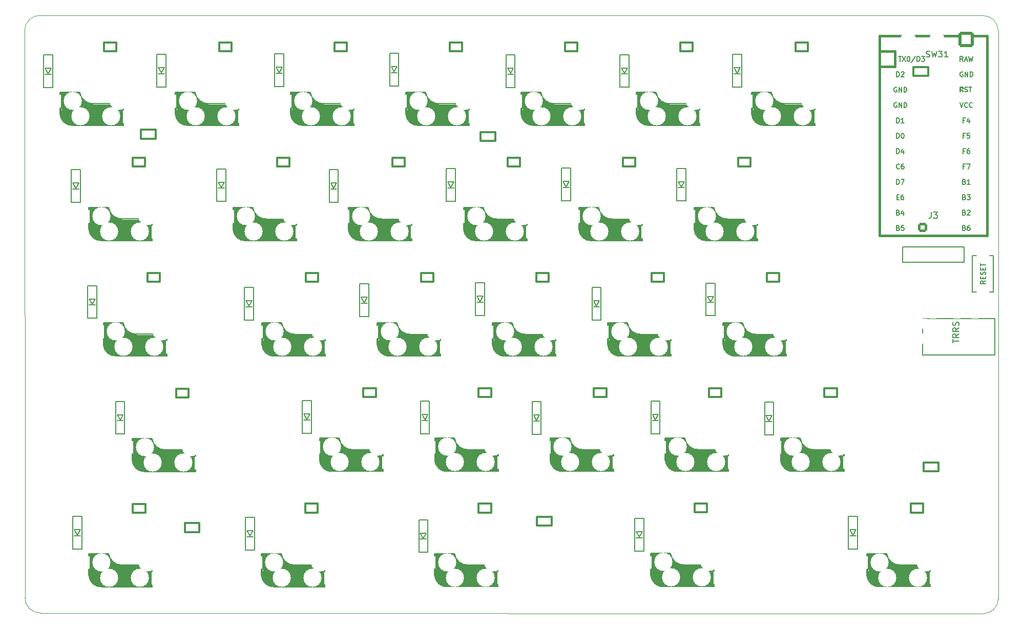
<source format=gto>
G04 #@! TF.GenerationSoftware,KiCad,Pcbnew,(6.0.7)*
G04 #@! TF.CreationDate,2022-08-06T08:23:07+00:00*
G04 #@! TF.ProjectId,zzsplit,7a7a7370-6c69-4742-9e6b-696361645f70,rev?*
G04 #@! TF.SameCoordinates,Original*
G04 #@! TF.FileFunction,Legend,Top*
G04 #@! TF.FilePolarity,Positive*
%FSLAX46Y46*%
G04 Gerber Fmt 4.6, Leading zero omitted, Abs format (unit mm)*
G04 Created by KiCad (PCBNEW (6.0.7)) date 2022-08-06 08:23:07*
%MOMM*%
%LPD*%
G01*
G04 APERTURE LIST*
G04 Aperture macros list*
%AMRoundRect*
0 Rectangle with rounded corners*
0 $1 Rounding radius*
0 $2 $3 $4 $5 $6 $7 $8 $9 X,Y pos of 4 corners*
0 Add a 4 corners polygon primitive as box body*
4,1,4,$2,$3,$4,$5,$6,$7,$8,$9,$2,$3,0*
0 Add four circle primitives for the rounded corners*
1,1,$1+$1,$2,$3*
1,1,$1+$1,$4,$5*
1,1,$1+$1,$6,$7*
1,1,$1+$1,$8,$9*
0 Add four rect primitives between the rounded corners*
20,1,$1+$1,$2,$3,$4,$5,0*
20,1,$1+$1,$4,$5,$6,$7,0*
20,1,$1+$1,$6,$7,$8,$9,0*
20,1,$1+$1,$8,$9,$2,$3,0*%
G04 Aperture macros list end*
G04 #@! TA.AperFunction,Profile*
%ADD10C,0.100000*%
G04 #@! TD*
%ADD11C,0.150000*%
%ADD12C,0.300000*%
%ADD13C,0.400000*%
%ADD14C,1.000000*%
%ADD15C,0.800000*%
%ADD16C,0.500000*%
%ADD17C,3.500000*%
%ADD18C,3.000000*%
%ADD19C,0.381000*%
%ADD20C,1.200000*%
%ADD21O,2.500000X1.700000*%
%ADD22R,1.752600X1.752600*%
%ADD23C,1.752600*%
%ADD24C,1.397000*%
%ADD25R,0.950000X1.300000*%
%ADD26R,2.000000X1.000000*%
%ADD27C,4.100000*%
%ADD28C,3.000000*%
%ADD29C,1.900000*%
%ADD30C,1.700000*%
%ADD31R,1.600000X1.000000*%
%ADD32R,2.300000X2.000000*%
%ADD33C,4.700000*%
%ADD34RoundRect,0.250000X-0.550000X-0.550000X0.550000X-0.550000X0.550000X0.550000X-0.550000X0.550000X0*%
%ADD35C,1.600000*%
%ADD36RoundRect,0.249999X1.025001X1.025001X-1.025001X1.025001X-1.025001X-1.025001X1.025001X-1.025001X0*%
%ADD37C,2.550000*%
%ADD38C,2.000000*%
G04 APERTURE END LIST*
D10*
X58200000Y-43460000D02*
X214110000Y-43490001D01*
X55740000Y-139720000D02*
G75*
G03*
X58240000Y-142220000I2500000J0D01*
G01*
X216600019Y-45990000D02*
X216630000Y-139850000D01*
X214109920Y-142359980D02*
X58240000Y-142220000D01*
X55700000Y-45960000D02*
X55740000Y-139720000D01*
X214109920Y-142359980D02*
G75*
G03*
X216630000Y-139850000I10080J2509980D01*
G01*
X216600019Y-45990000D02*
G75*
G03*
X214110000Y-43490001I-2500019J0D01*
G01*
X58200000Y-43460000D02*
G75*
G03*
X55700000Y-45960000I0J-2500000D01*
G01*
D11*
X209087380Y-97576904D02*
X209087380Y-97005476D01*
X210087380Y-97291190D02*
X209087380Y-97291190D01*
X210087380Y-96100714D02*
X209611190Y-96434047D01*
X210087380Y-96672142D02*
X209087380Y-96672142D01*
X209087380Y-96291190D01*
X209135000Y-96195952D01*
X209182619Y-96148333D01*
X209277857Y-96100714D01*
X209420714Y-96100714D01*
X209515952Y-96148333D01*
X209563571Y-96195952D01*
X209611190Y-96291190D01*
X209611190Y-96672142D01*
X210087380Y-95100714D02*
X209611190Y-95434047D01*
X210087380Y-95672142D02*
X209087380Y-95672142D01*
X209087380Y-95291190D01*
X209135000Y-95195952D01*
X209182619Y-95148333D01*
X209277857Y-95100714D01*
X209420714Y-95100714D01*
X209515952Y-95148333D01*
X209563571Y-95195952D01*
X209611190Y-95291190D01*
X209611190Y-95672142D01*
X210039761Y-94719761D02*
X210087380Y-94576904D01*
X210087380Y-94338809D01*
X210039761Y-94243571D01*
X209992142Y-94195952D01*
X209896904Y-94148333D01*
X209801666Y-94148333D01*
X209706428Y-94195952D01*
X209658809Y-94243571D01*
X209611190Y-94338809D01*
X209563571Y-94529285D01*
X209515952Y-94624523D01*
X209468333Y-94672142D01*
X209373095Y-94719761D01*
X209277857Y-94719761D01*
X209182619Y-94672142D01*
X209135000Y-94624523D01*
X209087380Y-94529285D01*
X209087380Y-94291190D01*
X209135000Y-94148333D01*
X209087380Y-97576904D02*
X209087380Y-97005476D01*
X210087380Y-97291190D02*
X209087380Y-97291190D01*
X210087380Y-96100714D02*
X209611190Y-96434047D01*
X210087380Y-96672142D02*
X209087380Y-96672142D01*
X209087380Y-96291190D01*
X209135000Y-96195952D01*
X209182619Y-96148333D01*
X209277857Y-96100714D01*
X209420714Y-96100714D01*
X209515952Y-96148333D01*
X209563571Y-96195952D01*
X209611190Y-96291190D01*
X209611190Y-96672142D01*
X210087380Y-95100714D02*
X209611190Y-95434047D01*
X210087380Y-95672142D02*
X209087380Y-95672142D01*
X209087380Y-95291190D01*
X209135000Y-95195952D01*
X209182619Y-95148333D01*
X209277857Y-95100714D01*
X209420714Y-95100714D01*
X209515952Y-95148333D01*
X209563571Y-95195952D01*
X209611190Y-95291190D01*
X209611190Y-95672142D01*
X210039761Y-94719761D02*
X210087380Y-94576904D01*
X210087380Y-94338809D01*
X210039761Y-94243571D01*
X209992142Y-94195952D01*
X209896904Y-94148333D01*
X209801666Y-94148333D01*
X209706428Y-94195952D01*
X209658809Y-94243571D01*
X209611190Y-94338809D01*
X209563571Y-94529285D01*
X209515952Y-94624523D01*
X209468333Y-94672142D01*
X209373095Y-94719761D01*
X209277857Y-94719761D01*
X209182619Y-94672142D01*
X209135000Y-94624523D01*
X209087380Y-94529285D01*
X209087380Y-94291190D01*
X209135000Y-94148333D01*
X205541666Y-75997380D02*
X205541666Y-76711666D01*
X205494047Y-76854523D01*
X205398809Y-76949761D01*
X205255952Y-76997380D01*
X205160714Y-76997380D01*
X205922619Y-75997380D02*
X206541666Y-75997380D01*
X206208333Y-76378333D01*
X206351190Y-76378333D01*
X206446428Y-76425952D01*
X206494047Y-76473571D01*
X206541666Y-76568809D01*
X206541666Y-76806904D01*
X206494047Y-76902142D01*
X206446428Y-76949761D01*
X206351190Y-76997380D01*
X206065476Y-76997380D01*
X205970238Y-76949761D01*
X205922619Y-76902142D01*
X199823523Y-71368654D02*
X199823523Y-70568654D01*
X200014000Y-70568654D01*
X200128285Y-70606750D01*
X200204476Y-70682940D01*
X200242571Y-70759130D01*
X200280666Y-70911511D01*
X200280666Y-71025797D01*
X200242571Y-71178178D01*
X200204476Y-71254369D01*
X200128285Y-71330559D01*
X200014000Y-71368654D01*
X199823523Y-71368654D01*
X200547333Y-70568654D02*
X201080666Y-70568654D01*
X200737809Y-71368654D01*
X210726476Y-52826750D02*
X210650285Y-52788654D01*
X210536000Y-52788654D01*
X210421714Y-52826750D01*
X210345523Y-52902940D01*
X210307428Y-52979130D01*
X210269333Y-53131511D01*
X210269333Y-53245797D01*
X210307428Y-53398178D01*
X210345523Y-53474369D01*
X210421714Y-53550559D01*
X210536000Y-53588654D01*
X210612190Y-53588654D01*
X210726476Y-53550559D01*
X210764571Y-53512464D01*
X210764571Y-53245797D01*
X210612190Y-53245797D01*
X211107428Y-53588654D02*
X211107428Y-52788654D01*
X211564571Y-53588654D01*
X211564571Y-52788654D01*
X211945523Y-53588654D02*
X211945523Y-52788654D01*
X212136000Y-52788654D01*
X212250285Y-52826750D01*
X212326476Y-52902940D01*
X212364571Y-52979130D01*
X212402666Y-53131511D01*
X212402666Y-53245797D01*
X212364571Y-53398178D01*
X212326476Y-53474369D01*
X212250285Y-53550559D01*
X212136000Y-53588654D01*
X211945523Y-53588654D01*
X200112651Y-50248654D02*
X200569794Y-50248654D01*
X200341223Y-51048654D02*
X200341223Y-50248654D01*
X200760270Y-50248654D02*
X201293604Y-51048654D01*
X201293604Y-50248654D02*
X200760270Y-51048654D01*
X201750747Y-50248654D02*
X201826937Y-50248654D01*
X201903128Y-50286750D01*
X201941223Y-50324845D01*
X201979318Y-50401035D01*
X202017413Y-50553416D01*
X202017413Y-50743892D01*
X201979318Y-50896273D01*
X201941223Y-50972464D01*
X201903128Y-51010559D01*
X201826937Y-51048654D01*
X201750747Y-51048654D01*
X201674556Y-51010559D01*
X201636461Y-50972464D01*
X201598366Y-50896273D01*
X201560270Y-50743892D01*
X201560270Y-50553416D01*
X201598366Y-50401035D01*
X201636461Y-50324845D01*
X201674556Y-50286750D01*
X201750747Y-50248654D01*
X202931699Y-50210559D02*
X202245985Y-51239130D01*
X203198366Y-51048654D02*
X203198366Y-50248654D01*
X203388842Y-50248654D01*
X203503128Y-50286750D01*
X203579318Y-50362940D01*
X203617413Y-50439130D01*
X203655508Y-50591511D01*
X203655508Y-50705797D01*
X203617413Y-50858178D01*
X203579318Y-50934369D01*
X203503128Y-51010559D01*
X203388842Y-51048654D01*
X203198366Y-51048654D01*
X203922175Y-50248654D02*
X204417413Y-50248654D01*
X204150747Y-50553416D01*
X204265032Y-50553416D01*
X204341223Y-50591511D01*
X204379318Y-50629607D01*
X204417413Y-50705797D01*
X204417413Y-50896273D01*
X204379318Y-50972464D01*
X204341223Y-51010559D01*
X204265032Y-51048654D01*
X204036461Y-51048654D01*
X203960270Y-51010559D01*
X203922175Y-50972464D01*
X211069333Y-60789607D02*
X210802666Y-60789607D01*
X210802666Y-61208654D02*
X210802666Y-60408654D01*
X211183619Y-60408654D01*
X211831238Y-60675321D02*
X211831238Y-61208654D01*
X211640761Y-60370559D02*
X211450285Y-60941988D01*
X211945523Y-60941988D01*
X211074786Y-56060559D02*
X211189072Y-56098654D01*
X211379548Y-56098654D01*
X211455739Y-56060559D01*
X211493834Y-56022464D01*
X211531929Y-55946273D01*
X211531929Y-55870083D01*
X211493834Y-55793892D01*
X211455739Y-55755797D01*
X211379548Y-55717702D01*
X211227167Y-55679607D01*
X211150977Y-55641511D01*
X211112881Y-55603416D01*
X211074786Y-55527226D01*
X211074786Y-55451035D01*
X211112881Y-55374845D01*
X211150977Y-55336750D01*
X211227167Y-55298654D01*
X211417643Y-55298654D01*
X211531929Y-55336750D01*
X211760500Y-55298654D02*
X212217643Y-55298654D01*
X211989072Y-56098654D02*
X211989072Y-55298654D01*
X200090190Y-76029607D02*
X200204476Y-76067702D01*
X200242571Y-76105797D01*
X200280666Y-76181988D01*
X200280666Y-76296273D01*
X200242571Y-76372464D01*
X200204476Y-76410559D01*
X200128285Y-76448654D01*
X199823523Y-76448654D01*
X199823523Y-75648654D01*
X200090190Y-75648654D01*
X200166380Y-75686750D01*
X200204476Y-75724845D01*
X200242571Y-75801035D01*
X200242571Y-75877226D01*
X200204476Y-75953416D01*
X200166380Y-75991511D01*
X200090190Y-76029607D01*
X199823523Y-76029607D01*
X200966380Y-75915321D02*
X200966380Y-76448654D01*
X200775904Y-75610559D02*
X200585428Y-76181988D01*
X201080666Y-76181988D01*
X200280666Y-68752464D02*
X200242571Y-68790559D01*
X200128285Y-68828654D01*
X200052095Y-68828654D01*
X199937809Y-68790559D01*
X199861619Y-68714369D01*
X199823523Y-68638178D01*
X199785428Y-68485797D01*
X199785428Y-68371511D01*
X199823523Y-68219130D01*
X199861619Y-68142940D01*
X199937809Y-68066750D01*
X200052095Y-68028654D01*
X200128285Y-68028654D01*
X200242571Y-68066750D01*
X200280666Y-68104845D01*
X200966380Y-68028654D02*
X200814000Y-68028654D01*
X200737809Y-68066750D01*
X200699714Y-68104845D01*
X200623523Y-68219130D01*
X200585428Y-68371511D01*
X200585428Y-68676273D01*
X200623523Y-68752464D01*
X200661619Y-68790559D01*
X200737809Y-68828654D01*
X200890190Y-68828654D01*
X200966380Y-68790559D01*
X201004476Y-68752464D01*
X201042571Y-68676273D01*
X201042571Y-68485797D01*
X201004476Y-68409607D01*
X200966380Y-68371511D01*
X200890190Y-68333416D01*
X200737809Y-68333416D01*
X200661619Y-68371511D01*
X200623523Y-68409607D01*
X200585428Y-68485797D01*
X211012190Y-73489607D02*
X211126476Y-73527702D01*
X211164571Y-73565797D01*
X211202666Y-73641988D01*
X211202666Y-73756273D01*
X211164571Y-73832464D01*
X211126476Y-73870559D01*
X211050285Y-73908654D01*
X210745523Y-73908654D01*
X210745523Y-73108654D01*
X211012190Y-73108654D01*
X211088380Y-73146750D01*
X211126476Y-73184845D01*
X211164571Y-73261035D01*
X211164571Y-73337226D01*
X211126476Y-73413416D01*
X211088380Y-73451511D01*
X211012190Y-73489607D01*
X210745523Y-73489607D01*
X211469333Y-73108654D02*
X211964571Y-73108654D01*
X211697904Y-73413416D01*
X211812190Y-73413416D01*
X211888380Y-73451511D01*
X211926476Y-73489607D01*
X211964571Y-73565797D01*
X211964571Y-73756273D01*
X211926476Y-73832464D01*
X211888380Y-73870559D01*
X211812190Y-73908654D01*
X211583619Y-73908654D01*
X211507428Y-73870559D01*
X211469333Y-73832464D01*
X211012190Y-76029607D02*
X211126476Y-76067702D01*
X211164571Y-76105797D01*
X211202666Y-76181988D01*
X211202666Y-76296273D01*
X211164571Y-76372464D01*
X211126476Y-76410559D01*
X211050285Y-76448654D01*
X210745523Y-76448654D01*
X210745523Y-75648654D01*
X211012190Y-75648654D01*
X211088380Y-75686750D01*
X211126476Y-75724845D01*
X211164571Y-75801035D01*
X211164571Y-75877226D01*
X211126476Y-75953416D01*
X211088380Y-75991511D01*
X211012190Y-76029607D01*
X210745523Y-76029607D01*
X211507428Y-75724845D02*
X211545523Y-75686750D01*
X211621714Y-75648654D01*
X211812190Y-75648654D01*
X211888380Y-75686750D01*
X211926476Y-75724845D01*
X211964571Y-75801035D01*
X211964571Y-75877226D01*
X211926476Y-75991511D01*
X211469333Y-76448654D01*
X211964571Y-76448654D01*
X211012190Y-70949607D02*
X211126476Y-70987702D01*
X211164571Y-71025797D01*
X211202666Y-71101988D01*
X211202666Y-71216273D01*
X211164571Y-71292464D01*
X211126476Y-71330559D01*
X211050285Y-71368654D01*
X210745523Y-71368654D01*
X210745523Y-70568654D01*
X211012190Y-70568654D01*
X211088380Y-70606750D01*
X211126476Y-70644845D01*
X211164571Y-70721035D01*
X211164571Y-70797226D01*
X211126476Y-70873416D01*
X211088380Y-70911511D01*
X211012190Y-70949607D01*
X210745523Y-70949607D01*
X211964571Y-71368654D02*
X211507428Y-71368654D01*
X211736000Y-71368654D02*
X211736000Y-70568654D01*
X211659809Y-70682940D01*
X211583619Y-70759130D01*
X211507428Y-70797226D01*
X199823523Y-61208654D02*
X199823523Y-60408654D01*
X200014000Y-60408654D01*
X200128285Y-60446750D01*
X200204476Y-60522940D01*
X200242571Y-60599130D01*
X200280666Y-60751511D01*
X200280666Y-60865797D01*
X200242571Y-61018178D01*
X200204476Y-61094369D01*
X200128285Y-61170559D01*
X200014000Y-61208654D01*
X199823523Y-61208654D01*
X201042571Y-61208654D02*
X200585428Y-61208654D01*
X200814000Y-61208654D02*
X200814000Y-60408654D01*
X200737809Y-60522940D01*
X200661619Y-60599130D01*
X200585428Y-60637226D01*
X211069333Y-68409607D02*
X210802666Y-68409607D01*
X210802666Y-68828654D02*
X210802666Y-68028654D01*
X211183619Y-68028654D01*
X211412190Y-68028654D02*
X211945523Y-68028654D01*
X211602666Y-68828654D01*
X210783619Y-51048654D02*
X210516952Y-50667702D01*
X210326476Y-51048654D02*
X210326476Y-50248654D01*
X210631238Y-50248654D01*
X210707428Y-50286750D01*
X210745523Y-50324845D01*
X210783619Y-50401035D01*
X210783619Y-50515321D01*
X210745523Y-50591511D01*
X210707428Y-50629607D01*
X210631238Y-50667702D01*
X210326476Y-50667702D01*
X211088380Y-50820083D02*
X211469333Y-50820083D01*
X211012190Y-51048654D02*
X211278857Y-50248654D01*
X211545523Y-51048654D01*
X211736000Y-50248654D02*
X211926476Y-51048654D01*
X212078857Y-50477226D01*
X212231238Y-51048654D01*
X212421714Y-50248654D01*
X211012190Y-78569607D02*
X211126476Y-78607702D01*
X211164571Y-78645797D01*
X211202666Y-78721988D01*
X211202666Y-78836273D01*
X211164571Y-78912464D01*
X211126476Y-78950559D01*
X211050285Y-78988654D01*
X210745523Y-78988654D01*
X210745523Y-78188654D01*
X211012190Y-78188654D01*
X211088380Y-78226750D01*
X211126476Y-78264845D01*
X211164571Y-78341035D01*
X211164571Y-78417226D01*
X211126476Y-78493416D01*
X211088380Y-78531511D01*
X211012190Y-78569607D01*
X210745523Y-78569607D01*
X211888380Y-78188654D02*
X211736000Y-78188654D01*
X211659809Y-78226750D01*
X211621714Y-78264845D01*
X211545523Y-78379130D01*
X211507428Y-78531511D01*
X211507428Y-78836273D01*
X211545523Y-78912464D01*
X211583619Y-78950559D01*
X211659809Y-78988654D01*
X211812190Y-78988654D01*
X211888380Y-78950559D01*
X211926476Y-78912464D01*
X211964571Y-78836273D01*
X211964571Y-78645797D01*
X211926476Y-78569607D01*
X211888380Y-78531511D01*
X211812190Y-78493416D01*
X211659809Y-78493416D01*
X211583619Y-78531511D01*
X211545523Y-78569607D01*
X211507428Y-78645797D01*
X210269333Y-57868654D02*
X210536000Y-58668654D01*
X210802666Y-57868654D01*
X211526476Y-58592464D02*
X211488380Y-58630559D01*
X211374095Y-58668654D01*
X211297904Y-58668654D01*
X211183619Y-58630559D01*
X211107428Y-58554369D01*
X211069333Y-58478178D01*
X211031238Y-58325797D01*
X211031238Y-58211511D01*
X211069333Y-58059130D01*
X211107428Y-57982940D01*
X211183619Y-57906750D01*
X211297904Y-57868654D01*
X211374095Y-57868654D01*
X211488380Y-57906750D01*
X211526476Y-57944845D01*
X212326476Y-58592464D02*
X212288380Y-58630559D01*
X212174095Y-58668654D01*
X212097904Y-58668654D01*
X211983619Y-58630559D01*
X211907428Y-58554369D01*
X211869333Y-58478178D01*
X211831238Y-58325797D01*
X211831238Y-58211511D01*
X211869333Y-58059130D01*
X211907428Y-57982940D01*
X211983619Y-57906750D01*
X212097904Y-57868654D01*
X212174095Y-57868654D01*
X212288380Y-57906750D01*
X212326476Y-57944845D01*
X211069333Y-65869607D02*
X210802666Y-65869607D01*
X210802666Y-66288654D02*
X210802666Y-65488654D01*
X211183619Y-65488654D01*
X211831238Y-65488654D02*
X211678857Y-65488654D01*
X211602666Y-65526750D01*
X211564571Y-65564845D01*
X211488380Y-65679130D01*
X211450285Y-65831511D01*
X211450285Y-66136273D01*
X211488380Y-66212464D01*
X211526476Y-66250559D01*
X211602666Y-66288654D01*
X211755047Y-66288654D01*
X211831238Y-66250559D01*
X211869333Y-66212464D01*
X211907428Y-66136273D01*
X211907428Y-65945797D01*
X211869333Y-65869607D01*
X211831238Y-65831511D01*
X211755047Y-65793416D01*
X211602666Y-65793416D01*
X211526476Y-65831511D01*
X211488380Y-65869607D01*
X211450285Y-65945797D01*
X199861619Y-73489607D02*
X200128285Y-73489607D01*
X200242571Y-73908654D02*
X199861619Y-73908654D01*
X199861619Y-73108654D01*
X200242571Y-73108654D01*
X200928285Y-73108654D02*
X200775904Y-73108654D01*
X200699714Y-73146750D01*
X200661619Y-73184845D01*
X200585428Y-73299130D01*
X200547333Y-73451511D01*
X200547333Y-73756273D01*
X200585428Y-73832464D01*
X200623523Y-73870559D01*
X200699714Y-73908654D01*
X200852095Y-73908654D01*
X200928285Y-73870559D01*
X200966380Y-73832464D01*
X201004476Y-73756273D01*
X201004476Y-73565797D01*
X200966380Y-73489607D01*
X200928285Y-73451511D01*
X200852095Y-73413416D01*
X200699714Y-73413416D01*
X200623523Y-73451511D01*
X200585428Y-73489607D01*
X200547333Y-73565797D01*
X199823523Y-66288654D02*
X199823523Y-65488654D01*
X200014000Y-65488654D01*
X200128285Y-65526750D01*
X200204476Y-65602940D01*
X200242571Y-65679130D01*
X200280666Y-65831511D01*
X200280666Y-65945797D01*
X200242571Y-66098178D01*
X200204476Y-66174369D01*
X200128285Y-66250559D01*
X200014000Y-66288654D01*
X199823523Y-66288654D01*
X200966380Y-65755321D02*
X200966380Y-66288654D01*
X200775904Y-65450559D02*
X200585428Y-66021988D01*
X201080666Y-66021988D01*
X199804476Y-57906750D02*
X199728285Y-57868654D01*
X199614000Y-57868654D01*
X199499714Y-57906750D01*
X199423523Y-57982940D01*
X199385428Y-58059130D01*
X199347333Y-58211511D01*
X199347333Y-58325797D01*
X199385428Y-58478178D01*
X199423523Y-58554369D01*
X199499714Y-58630559D01*
X199614000Y-58668654D01*
X199690190Y-58668654D01*
X199804476Y-58630559D01*
X199842571Y-58592464D01*
X199842571Y-58325797D01*
X199690190Y-58325797D01*
X200185428Y-58668654D02*
X200185428Y-57868654D01*
X200642571Y-58668654D01*
X200642571Y-57868654D01*
X201023523Y-58668654D02*
X201023523Y-57868654D01*
X201214000Y-57868654D01*
X201328285Y-57906750D01*
X201404476Y-57982940D01*
X201442571Y-58059130D01*
X201480666Y-58211511D01*
X201480666Y-58325797D01*
X201442571Y-58478178D01*
X201404476Y-58554369D01*
X201328285Y-58630559D01*
X201214000Y-58668654D01*
X201023523Y-58668654D01*
X199804476Y-55366750D02*
X199728285Y-55328654D01*
X199614000Y-55328654D01*
X199499714Y-55366750D01*
X199423523Y-55442940D01*
X199385428Y-55519130D01*
X199347333Y-55671511D01*
X199347333Y-55785797D01*
X199385428Y-55938178D01*
X199423523Y-56014369D01*
X199499714Y-56090559D01*
X199614000Y-56128654D01*
X199690190Y-56128654D01*
X199804476Y-56090559D01*
X199842571Y-56052464D01*
X199842571Y-55785797D01*
X199690190Y-55785797D01*
X200185428Y-56128654D02*
X200185428Y-55328654D01*
X200642571Y-56128654D01*
X200642571Y-55328654D01*
X201023523Y-56128654D02*
X201023523Y-55328654D01*
X201214000Y-55328654D01*
X201328285Y-55366750D01*
X201404476Y-55442940D01*
X201442571Y-55519130D01*
X201480666Y-55671511D01*
X201480666Y-55785797D01*
X201442571Y-55938178D01*
X201404476Y-56014369D01*
X201328285Y-56090559D01*
X201214000Y-56128654D01*
X201023523Y-56128654D01*
X199823523Y-53588654D02*
X199823523Y-52788654D01*
X200014000Y-52788654D01*
X200128285Y-52826750D01*
X200204476Y-52902940D01*
X200242571Y-52979130D01*
X200280666Y-53131511D01*
X200280666Y-53245797D01*
X200242571Y-53398178D01*
X200204476Y-53474369D01*
X200128285Y-53550559D01*
X200014000Y-53588654D01*
X199823523Y-53588654D01*
X200585428Y-52864845D02*
X200623523Y-52826750D01*
X200699714Y-52788654D01*
X200890190Y-52788654D01*
X200966380Y-52826750D01*
X201004476Y-52864845D01*
X201042571Y-52941035D01*
X201042571Y-53017226D01*
X201004476Y-53131511D01*
X200547333Y-53588654D01*
X201042571Y-53588654D01*
X199823523Y-63748654D02*
X199823523Y-62948654D01*
X200014000Y-62948654D01*
X200128285Y-62986750D01*
X200204476Y-63062940D01*
X200242571Y-63139130D01*
X200280666Y-63291511D01*
X200280666Y-63405797D01*
X200242571Y-63558178D01*
X200204476Y-63634369D01*
X200128285Y-63710559D01*
X200014000Y-63748654D01*
X199823523Y-63748654D01*
X200775904Y-62948654D02*
X200852095Y-62948654D01*
X200928285Y-62986750D01*
X200966380Y-63024845D01*
X201004476Y-63101035D01*
X201042571Y-63253416D01*
X201042571Y-63443892D01*
X201004476Y-63596273D01*
X200966380Y-63672464D01*
X200928285Y-63710559D01*
X200852095Y-63748654D01*
X200775904Y-63748654D01*
X200699714Y-63710559D01*
X200661619Y-63672464D01*
X200623523Y-63596273D01*
X200585428Y-63443892D01*
X200585428Y-63253416D01*
X200623523Y-63101035D01*
X200661619Y-63024845D01*
X200699714Y-62986750D01*
X200775904Y-62948654D01*
X211069333Y-63329607D02*
X210802666Y-63329607D01*
X210802666Y-63748654D02*
X210802666Y-62948654D01*
X211183619Y-62948654D01*
X211869333Y-62948654D02*
X211488380Y-62948654D01*
X211450285Y-63329607D01*
X211488380Y-63291511D01*
X211564571Y-63253416D01*
X211755047Y-63253416D01*
X211831238Y-63291511D01*
X211869333Y-63329607D01*
X211907428Y-63405797D01*
X211907428Y-63596273D01*
X211869333Y-63672464D01*
X211831238Y-63710559D01*
X211755047Y-63748654D01*
X211564571Y-63748654D01*
X211488380Y-63710559D01*
X211450285Y-63672464D01*
X200090190Y-78569607D02*
X200204476Y-78607702D01*
X200242571Y-78645797D01*
X200280666Y-78721988D01*
X200280666Y-78836273D01*
X200242571Y-78912464D01*
X200204476Y-78950559D01*
X200128285Y-78988654D01*
X199823523Y-78988654D01*
X199823523Y-78188654D01*
X200090190Y-78188654D01*
X200166380Y-78226750D01*
X200204476Y-78264845D01*
X200242571Y-78341035D01*
X200242571Y-78417226D01*
X200204476Y-78493416D01*
X200166380Y-78531511D01*
X200090190Y-78569607D01*
X199823523Y-78569607D01*
X201004476Y-78188654D02*
X200623523Y-78188654D01*
X200585428Y-78569607D01*
X200623523Y-78531511D01*
X200699714Y-78493416D01*
X200890190Y-78493416D01*
X200966380Y-78531511D01*
X201004476Y-78569607D01*
X201042571Y-78645797D01*
X201042571Y-78836273D01*
X201004476Y-78912464D01*
X200966380Y-78950559D01*
X200890190Y-78988654D01*
X200699714Y-78988654D01*
X200623523Y-78950559D01*
X200585428Y-78912464D01*
X204700476Y-50304761D02*
X204843333Y-50352380D01*
X205081428Y-50352380D01*
X205176666Y-50304761D01*
X205224285Y-50257142D01*
X205271904Y-50161904D01*
X205271904Y-50066666D01*
X205224285Y-49971428D01*
X205176666Y-49923809D01*
X205081428Y-49876190D01*
X204890952Y-49828571D01*
X204795714Y-49780952D01*
X204748095Y-49733333D01*
X204700476Y-49638095D01*
X204700476Y-49542857D01*
X204748095Y-49447619D01*
X204795714Y-49400000D01*
X204890952Y-49352380D01*
X205129047Y-49352380D01*
X205271904Y-49400000D01*
X205605238Y-49352380D02*
X205843333Y-50352380D01*
X206033809Y-49638095D01*
X206224285Y-50352380D01*
X206462380Y-49352380D01*
X206748095Y-49352380D02*
X207367142Y-49352380D01*
X207033809Y-49733333D01*
X207176666Y-49733333D01*
X207271904Y-49780952D01*
X207319523Y-49828571D01*
X207367142Y-49923809D01*
X207367142Y-50161904D01*
X207319523Y-50257142D01*
X207271904Y-50304761D01*
X207176666Y-50352380D01*
X206890952Y-50352380D01*
X206795714Y-50304761D01*
X206748095Y-50257142D01*
X208319523Y-50352380D02*
X207748095Y-50352380D01*
X208033809Y-50352380D02*
X208033809Y-49352380D01*
X207938571Y-49495238D01*
X207843333Y-49590476D01*
X207748095Y-49638095D01*
X214491904Y-87326904D02*
X214110952Y-87593571D01*
X214491904Y-87784047D02*
X213691904Y-87784047D01*
X213691904Y-87479285D01*
X213730000Y-87403095D01*
X213768095Y-87365000D01*
X213844285Y-87326904D01*
X213958571Y-87326904D01*
X214034761Y-87365000D01*
X214072857Y-87403095D01*
X214110952Y-87479285D01*
X214110952Y-87784047D01*
X214072857Y-86984047D02*
X214072857Y-86717380D01*
X214491904Y-86603095D02*
X214491904Y-86984047D01*
X213691904Y-86984047D01*
X213691904Y-86603095D01*
X214453809Y-86298333D02*
X214491904Y-86184047D01*
X214491904Y-85993571D01*
X214453809Y-85917380D01*
X214415714Y-85879285D01*
X214339523Y-85841190D01*
X214263333Y-85841190D01*
X214187142Y-85879285D01*
X214149047Y-85917380D01*
X214110952Y-85993571D01*
X214072857Y-86145952D01*
X214034761Y-86222142D01*
X213996666Y-86260238D01*
X213920476Y-86298333D01*
X213844285Y-86298333D01*
X213768095Y-86260238D01*
X213730000Y-86222142D01*
X213691904Y-86145952D01*
X213691904Y-85955476D01*
X213730000Y-85841190D01*
X214072857Y-85498333D02*
X214072857Y-85231666D01*
X214491904Y-85117380D02*
X214491904Y-85498333D01*
X213691904Y-85498333D01*
X213691904Y-85117380D01*
X213691904Y-84888809D02*
X213691904Y-84431666D01*
X214491904Y-84660238D02*
X213691904Y-84660238D01*
X214491904Y-87326904D02*
X214110952Y-87593571D01*
X214491904Y-87784047D02*
X213691904Y-87784047D01*
X213691904Y-87479285D01*
X213730000Y-87403095D01*
X213768095Y-87365000D01*
X213844285Y-87326904D01*
X213958571Y-87326904D01*
X214034761Y-87365000D01*
X214072857Y-87403095D01*
X214110952Y-87479285D01*
X214110952Y-87784047D01*
X214072857Y-86984047D02*
X214072857Y-86717380D01*
X214491904Y-86603095D02*
X214491904Y-86984047D01*
X213691904Y-86984047D01*
X213691904Y-86603095D01*
X214453809Y-86298333D02*
X214491904Y-86184047D01*
X214491904Y-85993571D01*
X214453809Y-85917380D01*
X214415714Y-85879285D01*
X214339523Y-85841190D01*
X214263333Y-85841190D01*
X214187142Y-85879285D01*
X214149047Y-85917380D01*
X214110952Y-85993571D01*
X214072857Y-86145952D01*
X214034761Y-86222142D01*
X213996666Y-86260238D01*
X213920476Y-86298333D01*
X213844285Y-86298333D01*
X213768095Y-86260238D01*
X213730000Y-86222142D01*
X213691904Y-86145952D01*
X213691904Y-85955476D01*
X213730000Y-85841190D01*
X214072857Y-85498333D02*
X214072857Y-85231666D01*
X214491904Y-85117380D02*
X214491904Y-85498333D01*
X213691904Y-85498333D01*
X213691904Y-85117380D01*
X213691904Y-84888809D02*
X213691904Y-84431666D01*
X214491904Y-84660238D02*
X213691904Y-84660238D01*
X156770000Y-129780000D02*
X157770000Y-129780000D01*
X156520000Y-126580000D02*
X156520000Y-131980000D01*
X156520000Y-131980000D02*
X158020000Y-131980000D01*
X157770000Y-128780000D02*
X157270000Y-129680000D01*
X157270000Y-129680000D02*
X156770000Y-128780000D01*
X158020000Y-131980000D02*
X158020000Y-126580000D01*
X156770000Y-128780000D02*
X157770000Y-128780000D01*
X156520000Y-126580000D02*
X158020000Y-126580000D01*
D12*
X133505800Y-64190000D02*
X131055800Y-64190000D01*
X131055800Y-62740000D02*
X133475800Y-62740000D01*
X133505800Y-62740000D02*
X133505800Y-64190000D01*
X131055800Y-64190000D02*
X131055800Y-62740000D01*
D13*
X79000000Y-99550001D02*
X77600000Y-99550001D01*
D12*
X75970600Y-86024601D02*
X78020600Y-86024601D01*
D11*
X74200000Y-96150001D02*
X79200000Y-96150001D01*
D12*
X75970600Y-87474601D02*
X75970600Y-86024601D01*
D14*
X78500000Y-99150001D02*
X78500000Y-96650001D01*
D13*
X79000000Y-97050001D02*
X79000000Y-96350001D01*
D15*
X69300000Y-94750001D02*
X69300000Y-96550001D01*
D11*
X68700000Y-96850001D02*
X68900000Y-96850001D01*
D16*
X78900000Y-96450001D02*
X77500000Y-96450001D01*
D11*
X68900000Y-94610001D02*
X68700000Y-94610001D01*
X68700000Y-94250001D02*
X71980000Y-94250001D01*
X79200000Y-99400001D02*
X79200000Y-99750001D01*
D12*
X68800001Y-96950001D02*
X68800000Y-97850000D01*
D11*
X79200000Y-99750001D02*
X70800000Y-99750002D01*
X79200000Y-97150001D02*
X79000000Y-97150001D01*
D16*
X68900000Y-94450001D02*
X71600000Y-94450001D01*
D17*
X77200000Y-97950001D02*
X70500000Y-97950001D01*
D11*
X68930000Y-96850001D02*
X68930000Y-94610001D01*
X68700000Y-94250001D02*
X68700000Y-94610001D01*
D18*
X70430000Y-98250001D02*
X70430000Y-96010001D01*
D11*
X78980000Y-97150001D02*
X78980000Y-99400001D01*
D12*
X78020600Y-86024601D02*
X78020600Y-87474601D01*
X78020600Y-87474601D02*
X75970600Y-87474601D01*
D11*
X79200000Y-96150001D02*
X79200000Y-97150001D01*
X79000000Y-99400001D02*
X79200000Y-99400001D01*
X68700000Y-97850001D02*
X68700000Y-96850001D01*
X68699999Y-97850001D02*
G75*
G03*
X70800000Y-99750002I2000001J100000D01*
G01*
X71983682Y-94271472D02*
G75*
G03*
X74200000Y-96150001I2151318J291471D01*
G01*
D14*
X71583682Y-94671472D02*
G75*
G03*
X73800000Y-96550001I2151318J291471D01*
G01*
D11*
X191120000Y-118490000D02*
X191120000Y-118840000D01*
D12*
X187890600Y-105114600D02*
X189940600Y-105114600D01*
D11*
X180620000Y-116940000D02*
X180620000Y-115940000D01*
D16*
X190820000Y-115540000D02*
X189420000Y-115540000D01*
D11*
X180620000Y-113340000D02*
X183900000Y-113340000D01*
D13*
X190920000Y-118640000D02*
X189520000Y-118640000D01*
D11*
X191120000Y-115240000D02*
X191120000Y-116240000D01*
D14*
X190420000Y-118240000D02*
X190420000Y-115740000D01*
D12*
X180720001Y-116040000D02*
X180720000Y-116939999D01*
D11*
X191120000Y-118840000D02*
X182720000Y-118840001D01*
D12*
X187890600Y-106564600D02*
X187890600Y-105114600D01*
D11*
X190920000Y-118490000D02*
X191120000Y-118490000D01*
D13*
X190920000Y-116140000D02*
X190920000Y-115440000D01*
D16*
X180820000Y-113540000D02*
X183520000Y-113540000D01*
D11*
X186120000Y-115240000D02*
X191120000Y-115240000D01*
X180620000Y-113340000D02*
X180620000Y-113700000D01*
X180820000Y-113700000D02*
X180620000Y-113700000D01*
X180850000Y-115940000D02*
X180850000Y-113700000D01*
X191120000Y-116240000D02*
X190920000Y-116240000D01*
D15*
X181220000Y-113840000D02*
X181220000Y-115640000D01*
D17*
X189120000Y-117040000D02*
X182420000Y-117040000D01*
D12*
X189940600Y-105114600D02*
X189940600Y-106564600D01*
D18*
X182350000Y-117340000D02*
X182350000Y-115100000D01*
D11*
X190900000Y-116240000D02*
X190900000Y-118490000D01*
X180620000Y-115940000D02*
X180820000Y-115940000D01*
D12*
X189940600Y-106564600D02*
X187890600Y-106564600D01*
D11*
X180619999Y-116940000D02*
G75*
G03*
X182720000Y-118840001I2000001J100000D01*
G01*
X183903682Y-113361471D02*
G75*
G03*
X186120000Y-115240000I2151318J291471D01*
G01*
D14*
X183503682Y-113761471D02*
G75*
G03*
X185720000Y-115640000I2151318J291471D01*
G01*
D11*
X128240000Y-77810000D02*
X128440000Y-77810000D01*
D13*
X138540000Y-78010000D02*
X138540000Y-77310000D01*
D11*
X128240000Y-78810000D02*
X128240000Y-77810000D01*
D12*
X135510600Y-68434600D02*
X135510600Y-66984600D01*
X135510600Y-66984600D02*
X137560600Y-66984600D01*
D11*
X138520000Y-78110000D02*
X138520000Y-80360000D01*
X138540000Y-80360000D02*
X138740000Y-80360000D01*
X133740000Y-77110000D02*
X138740000Y-77110000D01*
X138740000Y-80360000D02*
X138740000Y-80710000D01*
D15*
X128840000Y-75710000D02*
X128840000Y-77510000D01*
D11*
X138740000Y-80710000D02*
X130340000Y-80710001D01*
D13*
X138540000Y-80510000D02*
X137140000Y-80510000D01*
D12*
X137560600Y-68434600D02*
X135510600Y-68434600D01*
D11*
X138740000Y-77110000D02*
X138740000Y-78110000D01*
D16*
X128440000Y-75410000D02*
X131140000Y-75410000D01*
D11*
X128440000Y-75570000D02*
X128240000Y-75570000D01*
X128470000Y-77810000D02*
X128470000Y-75570000D01*
D14*
X138040000Y-80110000D02*
X138040000Y-77610000D01*
D17*
X136740000Y-78910000D02*
X130040000Y-78910000D01*
D11*
X128240000Y-75210000D02*
X131520000Y-75210000D01*
X138740000Y-78110000D02*
X138540000Y-78110000D01*
X128240000Y-75210000D02*
X128240000Y-75570000D01*
D16*
X138440000Y-77410000D02*
X137040000Y-77410000D01*
D18*
X129970000Y-79210000D02*
X129970000Y-76970000D01*
D12*
X128340001Y-77910000D02*
X128340000Y-78809999D01*
X137560600Y-66984600D02*
X137560600Y-68434600D01*
D11*
X128239999Y-78810000D02*
G75*
G03*
X130340000Y-80710001I2000001J100000D01*
G01*
X131523682Y-75231471D02*
G75*
G03*
X133740000Y-77110000I2151318J291471D01*
G01*
D14*
X131123682Y-75631471D02*
G75*
G03*
X133340000Y-77510000I2151318J291471D01*
G01*
D11*
X122360000Y-109450000D02*
X121860000Y-110350000D01*
X121360000Y-109450000D02*
X122360000Y-109450000D01*
X121360000Y-110450000D02*
X122360000Y-110450000D01*
X121110000Y-107250000D02*
X121110000Y-112650000D01*
X121860000Y-110350000D02*
X121360000Y-109450000D01*
X121110000Y-112650000D02*
X122610000Y-112650000D01*
X121110000Y-107250000D02*
X122610000Y-107250000D01*
X122610000Y-112650000D02*
X122610000Y-107250000D01*
X162550000Y-97180000D02*
X162350000Y-97180000D01*
X162550000Y-99430000D02*
X162550000Y-99780000D01*
X162350000Y-99430000D02*
X162550000Y-99430000D01*
D13*
X162350000Y-97080000D02*
X162350000Y-96380000D01*
D16*
X152250000Y-94480000D02*
X154950000Y-94480000D01*
D15*
X152650000Y-94780000D02*
X152650000Y-96580000D01*
D12*
X159320600Y-86054600D02*
X161370600Y-86054600D01*
X161370600Y-87504600D02*
X159320600Y-87504600D01*
D18*
X153780000Y-98280000D02*
X153780000Y-96040000D01*
D12*
X159320600Y-87504600D02*
X159320600Y-86054600D01*
D11*
X162330000Y-97180000D02*
X162330000Y-99430000D01*
X162550000Y-99780000D02*
X154150000Y-99780001D01*
D14*
X161850000Y-99180000D02*
X161850000Y-96680000D01*
D11*
X152280000Y-96880000D02*
X152280000Y-94640000D01*
D12*
X152150001Y-96980000D02*
X152150000Y-97879999D01*
D11*
X152250000Y-94640000D02*
X152050000Y-94640000D01*
X152050000Y-96880000D02*
X152250000Y-96880000D01*
D17*
X160550000Y-97980000D02*
X153850000Y-97980000D01*
D13*
X162350000Y-99580000D02*
X160950000Y-99580000D01*
D12*
X161370600Y-86054600D02*
X161370600Y-87504600D01*
D11*
X152050000Y-97880000D02*
X152050000Y-96880000D01*
X152050000Y-94280000D02*
X152050000Y-94640000D01*
D16*
X162250000Y-96480000D02*
X160850000Y-96480000D01*
D11*
X162550000Y-96180000D02*
X162550000Y-97180000D01*
X157550000Y-96180000D02*
X162550000Y-96180000D01*
X152050000Y-94280000D02*
X155330000Y-94280000D01*
X152049999Y-97880000D02*
G75*
G03*
X154150000Y-99780001I2000001J100000D01*
G01*
X155333682Y-94301471D02*
G75*
G03*
X157550000Y-96180000I2151318J291471D01*
G01*
D14*
X154933682Y-94701471D02*
G75*
G03*
X157150000Y-96580000I2151318J291471D01*
G01*
D12*
X142767900Y-127780000D02*
X140317900Y-127780000D01*
X140317900Y-127780000D02*
X140317900Y-126330000D01*
X140317900Y-126330000D02*
X142737900Y-126330000D01*
X142767900Y-126330000D02*
X142767900Y-127780000D01*
D11*
X98280000Y-52025000D02*
X97780000Y-52925000D01*
X97280000Y-52025000D02*
X98280000Y-52025000D01*
X97030000Y-49825000D02*
X97030000Y-55225000D01*
X98530000Y-55225000D02*
X98530000Y-49825000D01*
X97780000Y-52925000D02*
X97280000Y-52025000D01*
X97030000Y-49825000D02*
X98530000Y-49825000D01*
X97280000Y-53025000D02*
X98280000Y-53025000D01*
X97030000Y-55225000D02*
X98530000Y-55225000D01*
X92010000Y-93795000D02*
X93510000Y-93795000D01*
X92260000Y-91595000D02*
X93260000Y-91595000D01*
X92010000Y-88395000D02*
X92010000Y-93795000D01*
X92010000Y-88395000D02*
X93510000Y-88395000D01*
X92760000Y-91495000D02*
X92260000Y-90595000D01*
X92260000Y-90595000D02*
X93260000Y-90595000D01*
X93510000Y-93795000D02*
X93510000Y-88395000D01*
X93260000Y-90595000D02*
X92760000Y-91495000D01*
X125650000Y-70975000D02*
X126650000Y-70975000D01*
X126150000Y-71875000D02*
X125650000Y-70975000D01*
X125400000Y-74175000D02*
X126900000Y-74175000D01*
X126650000Y-70975000D02*
X126150000Y-71875000D01*
X125400000Y-68775000D02*
X125400000Y-74175000D01*
X126900000Y-74175000D02*
X126900000Y-68775000D01*
X125650000Y-71975000D02*
X126650000Y-71975000D01*
X125400000Y-68775000D02*
X126900000Y-68775000D01*
X136500000Y-52160000D02*
X136000000Y-53060000D01*
X136000000Y-53060000D02*
X135500000Y-52160000D01*
X135250000Y-49960000D02*
X136750000Y-49960000D01*
X135250000Y-55360000D02*
X136750000Y-55360000D01*
X136750000Y-55360000D02*
X136750000Y-49960000D01*
X135500000Y-52160000D02*
X136500000Y-52160000D01*
X135250000Y-49960000D02*
X135250000Y-55360000D01*
X135500000Y-53160000D02*
X136500000Y-53160000D01*
X92200000Y-131810000D02*
X93700000Y-131810000D01*
X92450000Y-128610000D02*
X93450000Y-128610000D01*
X92450000Y-129610000D02*
X93450000Y-129610000D01*
X92200000Y-126410000D02*
X93700000Y-126410000D01*
X92200000Y-126410000D02*
X92200000Y-131810000D01*
X92950000Y-129510000D02*
X92450000Y-128610000D01*
X93450000Y-128610000D02*
X92950000Y-129510000D01*
X93700000Y-131810000D02*
X93700000Y-126410000D01*
D17*
X203390000Y-136100000D02*
X196690000Y-136100000D01*
D11*
X205170000Y-135300000D02*
X205170000Y-137550000D01*
X200390000Y-134300000D02*
X205390000Y-134300000D01*
D18*
X196620000Y-136400000D02*
X196620000Y-134160000D01*
D11*
X205390000Y-137900000D02*
X196990000Y-137900001D01*
D12*
X202160600Y-124174600D02*
X204210600Y-124174600D01*
D13*
X205190000Y-135200000D02*
X205190000Y-134500000D01*
D11*
X195120000Y-135000000D02*
X195120000Y-132760000D01*
D12*
X202160600Y-125624600D02*
X202160600Y-124174600D01*
D11*
X194890000Y-135000000D02*
X195090000Y-135000000D01*
D16*
X195090000Y-132600000D02*
X197790000Y-132600000D01*
D11*
X194890000Y-132400000D02*
X198170000Y-132400000D01*
D12*
X204210600Y-124174600D02*
X204210600Y-125624600D01*
D15*
X195490000Y-132900000D02*
X195490000Y-134700000D01*
D13*
X205190000Y-137700000D02*
X203790000Y-137700000D01*
D11*
X205390000Y-135300000D02*
X205190000Y-135300000D01*
X205390000Y-137550000D02*
X205390000Y-137900000D01*
D14*
X204690000Y-137300000D02*
X204690000Y-134800000D01*
D11*
X194890000Y-132400000D02*
X194890000Y-132760000D01*
D16*
X205090000Y-134600000D02*
X203690000Y-134600000D01*
D11*
X205390000Y-134300000D02*
X205390000Y-135300000D01*
X194890000Y-136000000D02*
X194890000Y-135000000D01*
X195090000Y-132760000D02*
X194890000Y-132760000D01*
D12*
X194990001Y-135100000D02*
X194990000Y-135999999D01*
D11*
X205190000Y-137550000D02*
X205390000Y-137550000D01*
D12*
X204210600Y-125624600D02*
X202160600Y-125624600D01*
D11*
X194889999Y-136000000D02*
G75*
G03*
X196990000Y-137900001I2000001J100000D01*
G01*
X198173682Y-132421471D02*
G75*
G03*
X200390000Y-134300000I2151318J291471D01*
G01*
D14*
X197773682Y-132821471D02*
G75*
G03*
X199990000Y-134700000I2151318J291471D01*
G01*
D11*
X88700000Y-71015000D02*
X88200000Y-71915000D01*
X87450000Y-68815000D02*
X88950000Y-68815000D01*
X87700000Y-72015000D02*
X88700000Y-72015000D01*
X88200000Y-71915000D02*
X87700000Y-71015000D01*
X87450000Y-68815000D02*
X87450000Y-74215000D01*
X87700000Y-71015000D02*
X88700000Y-71015000D01*
X87450000Y-74215000D02*
X88950000Y-74215000D01*
X88950000Y-74215000D02*
X88950000Y-68815000D01*
X171850000Y-118480000D02*
X172050000Y-118480000D01*
D12*
X170870600Y-105104600D02*
X170870600Y-106554600D01*
X161650001Y-116030000D02*
X161650000Y-116929999D01*
D13*
X171850000Y-118630000D02*
X170450000Y-118630000D01*
D15*
X162150000Y-113830000D02*
X162150000Y-115630000D01*
D11*
X171830000Y-116230000D02*
X171830000Y-118480000D01*
X167050000Y-115230000D02*
X172050000Y-115230000D01*
D16*
X161750000Y-113530000D02*
X164450000Y-113530000D01*
D14*
X171350000Y-118230000D02*
X171350000Y-115730000D01*
D11*
X172050000Y-118830000D02*
X163650000Y-118830001D01*
X161750000Y-113690000D02*
X161550000Y-113690000D01*
X161550000Y-116930000D02*
X161550000Y-115930000D01*
X161550000Y-115930000D02*
X161750000Y-115930000D01*
D12*
X168820600Y-106554600D02*
X168820600Y-105104600D01*
D11*
X161550000Y-113330000D02*
X161550000Y-113690000D01*
D12*
X168820600Y-105104600D02*
X170870600Y-105104600D01*
D13*
X171850000Y-116130000D02*
X171850000Y-115430000D01*
D11*
X172050000Y-115230000D02*
X172050000Y-116230000D01*
D16*
X171750000Y-115530000D02*
X170350000Y-115530000D01*
D17*
X170050000Y-117030000D02*
X163350000Y-117030000D01*
D12*
X170870600Y-106554600D02*
X168820600Y-106554600D01*
D11*
X172050000Y-116230000D02*
X171850000Y-116230000D01*
X172050000Y-118480000D02*
X172050000Y-118830000D01*
X161780000Y-115930000D02*
X161780000Y-113690000D01*
D18*
X163280000Y-117330000D02*
X163280000Y-115090000D01*
D11*
X161550000Y-113330000D02*
X164830000Y-113330000D01*
X164833682Y-113351471D02*
G75*
G03*
X167050000Y-115230000I2151318J291471D01*
G01*
D14*
X164433682Y-113751471D02*
G75*
G03*
X166650000Y-115630000I2151318J291471D01*
G01*
D11*
X161549999Y-116930000D02*
G75*
G03*
X163650000Y-118830001I2000001J100000D01*
G01*
D13*
X71840000Y-58950000D02*
X71840000Y-58250000D01*
D15*
X62140000Y-56650000D02*
X62140000Y-58450000D01*
D11*
X71820000Y-59050000D02*
X71820000Y-61300000D01*
D13*
X71840000Y-61450000D02*
X70440000Y-61450000D01*
D11*
X61540000Y-59750000D02*
X61540000Y-58750000D01*
X72040000Y-61300000D02*
X72040000Y-61650000D01*
D18*
X63270000Y-60150000D02*
X63270000Y-57910000D01*
D17*
X70040000Y-59850000D02*
X63340000Y-59850000D01*
D12*
X70860600Y-49374600D02*
X68810600Y-49374600D01*
X68810600Y-47924600D02*
X70860600Y-47924600D01*
D11*
X72040000Y-58050000D02*
X72040000Y-59050000D01*
D16*
X61740000Y-56350000D02*
X64440000Y-56350000D01*
D11*
X61770000Y-58750000D02*
X61770000Y-56510000D01*
X61540000Y-56150000D02*
X61540000Y-56510000D01*
D14*
X71340000Y-61050000D02*
X71340000Y-58550000D01*
D12*
X70860600Y-47924600D02*
X70860600Y-49374600D01*
X68810600Y-49374600D02*
X68810600Y-47924600D01*
D11*
X72040000Y-59050000D02*
X71840000Y-59050000D01*
X67040000Y-58050000D02*
X72040000Y-58050000D01*
X61540000Y-58750000D02*
X61740000Y-58750000D01*
D16*
X71740000Y-58350000D02*
X70340000Y-58350000D01*
D12*
X61640001Y-58850000D02*
X61640000Y-59749999D01*
D11*
X72040000Y-61650000D02*
X63640000Y-61650001D01*
X71840000Y-61300000D02*
X72040000Y-61300000D01*
X61540000Y-56150000D02*
X64820000Y-56150000D01*
X61740000Y-56510000D02*
X61540000Y-56510000D01*
D14*
X64423682Y-56571471D02*
G75*
G03*
X66640000Y-58450000I2151318J291471D01*
G01*
D11*
X64823682Y-56171471D02*
G75*
G03*
X67040000Y-58050000I2151318J291471D01*
G01*
X61539999Y-59750000D02*
G75*
G03*
X63640000Y-61650001I2000001J100000D01*
G01*
X139810000Y-109490000D02*
X140810000Y-109490000D01*
X140810000Y-109490000D02*
X140310000Y-110390000D01*
X141060000Y-112690000D02*
X141060000Y-107290000D01*
X140310000Y-110390000D02*
X139810000Y-109490000D01*
X139560000Y-107290000D02*
X139560000Y-112690000D01*
X139560000Y-112690000D02*
X141060000Y-112690000D01*
X139810000Y-110490000D02*
X140810000Y-110490000D01*
X139560000Y-107290000D02*
X141060000Y-107290000D01*
X168320000Y-87710000D02*
X168320000Y-93110000D01*
X168320000Y-93110000D02*
X169820000Y-93110000D01*
X168570000Y-89910000D02*
X169570000Y-89910000D01*
X168320000Y-87710000D02*
X169820000Y-87710000D01*
X169820000Y-93110000D02*
X169820000Y-87710000D01*
X168570000Y-90910000D02*
X169570000Y-90910000D01*
X169570000Y-89910000D02*
X169070000Y-90810000D01*
X169070000Y-90810000D02*
X168570000Y-89910000D01*
X131700000Y-93070000D02*
X131700000Y-87670000D01*
X130200000Y-93070000D02*
X131700000Y-93070000D01*
X131450000Y-89870000D02*
X130950000Y-90770000D01*
X130200000Y-87670000D02*
X131700000Y-87670000D01*
X130950000Y-90770000D02*
X130450000Y-89870000D01*
X130450000Y-90870000D02*
X131450000Y-90870000D01*
X130200000Y-87670000D02*
X130200000Y-93070000D01*
X130450000Y-89870000D02*
X131450000Y-89870000D01*
D12*
X205015800Y-52020000D02*
X205015800Y-53470000D01*
X202565800Y-53470000D02*
X202565800Y-52020000D01*
X205015800Y-53470000D02*
X202565800Y-53470000D01*
X202565800Y-52020000D02*
X204985800Y-52020000D01*
D11*
X172690000Y-55285000D02*
X174190000Y-55285000D01*
X172940000Y-53085000D02*
X173940000Y-53085000D01*
X172690000Y-49885000D02*
X172690000Y-55285000D01*
X173940000Y-52085000D02*
X173440000Y-52985000D01*
X174190000Y-55285000D02*
X174190000Y-49885000D01*
X173440000Y-52985000D02*
X172940000Y-52085000D01*
X172690000Y-49885000D02*
X174190000Y-49885000D01*
X172940000Y-52085000D02*
X173940000Y-52085000D01*
X101580000Y-107125000D02*
X103080000Y-107125000D01*
X101580000Y-107125000D02*
X101580000Y-112525000D01*
X101830000Y-109325000D02*
X102830000Y-109325000D01*
X101580000Y-112525000D02*
X103080000Y-112525000D01*
X102330000Y-110225000D02*
X101830000Y-109325000D01*
X102830000Y-109325000D02*
X102330000Y-110225000D01*
X101830000Y-110325000D02*
X102830000Y-110325000D01*
X103080000Y-112525000D02*
X103080000Y-107125000D01*
X191820000Y-126280000D02*
X193320000Y-126280000D01*
X193070000Y-128480000D02*
X192570000Y-129380000D01*
X191820000Y-126280000D02*
X191820000Y-131680000D01*
X192070000Y-129480000D02*
X193070000Y-129480000D01*
X193320000Y-131680000D02*
X193320000Y-126280000D01*
X192070000Y-128480000D02*
X193070000Y-128480000D01*
X191820000Y-131680000D02*
X193320000Y-131680000D01*
X192570000Y-129380000D02*
X192070000Y-128480000D01*
X163700000Y-70945000D02*
X164700000Y-70945000D01*
X163450000Y-68745000D02*
X163450000Y-74145000D01*
X164200000Y-71845000D02*
X163700000Y-70945000D01*
X163450000Y-74145000D02*
X164950000Y-74145000D01*
X163700000Y-71945000D02*
X164700000Y-71945000D01*
X164700000Y-70945000D02*
X164200000Y-71845000D01*
X163450000Y-68745000D02*
X164950000Y-68745000D01*
X164950000Y-74145000D02*
X164950000Y-68745000D01*
X175845000Y-59750000D02*
X175845000Y-58750000D01*
D16*
X176045000Y-56350000D02*
X178745000Y-56350000D01*
D18*
X177575000Y-60150000D02*
X177575000Y-57910000D01*
D12*
X183115600Y-47924600D02*
X185165600Y-47924600D01*
D11*
X181345000Y-58050000D02*
X186345000Y-58050000D01*
D12*
X185165600Y-49374600D02*
X183115600Y-49374600D01*
D11*
X186125000Y-59050000D02*
X186125000Y-61300000D01*
X175845000Y-56150000D02*
X175845000Y-56510000D01*
D17*
X184345000Y-59850000D02*
X177645000Y-59850000D01*
D11*
X176045000Y-56510000D02*
X175845000Y-56510000D01*
X186345000Y-59050000D02*
X186145000Y-59050000D01*
D15*
X176445000Y-56650000D02*
X176445000Y-58450000D01*
D11*
X186145000Y-61300000D02*
X186345000Y-61300000D01*
X176075000Y-58750000D02*
X176075000Y-56510000D01*
D12*
X175945001Y-58850000D02*
X175945000Y-59749999D01*
X183115600Y-49374600D02*
X183115600Y-47924600D01*
D11*
X186345000Y-58050000D02*
X186345000Y-59050000D01*
D16*
X186045000Y-58350000D02*
X184645000Y-58350000D01*
D11*
X175845000Y-56150000D02*
X179125000Y-56150000D01*
D14*
X185645000Y-61050000D02*
X185645000Y-58550000D01*
D11*
X175845000Y-58750000D02*
X176045000Y-58750000D01*
D13*
X186145000Y-58950000D02*
X186145000Y-58250000D01*
D12*
X185165600Y-47924600D02*
X185165600Y-49374600D01*
D11*
X186345000Y-61300000D02*
X186345000Y-61650000D01*
D13*
X186145000Y-61450000D02*
X184745000Y-61450000D01*
D11*
X186345000Y-61650000D02*
X177945000Y-61650001D01*
D14*
X178728682Y-56571471D02*
G75*
G03*
X180945000Y-58450000I2151318J291471D01*
G01*
D11*
X175844999Y-59750000D02*
G75*
G03*
X177945000Y-61650001I2000001J100000D01*
G01*
X179128682Y-56171471D02*
G75*
G03*
X181345000Y-58050000I2151318J291471D01*
G01*
X160700000Y-112620000D02*
X160700000Y-107220000D01*
X159200000Y-112620000D02*
X160700000Y-112620000D01*
X159200000Y-107220000D02*
X159200000Y-112620000D01*
X159950000Y-110320000D02*
X159450000Y-109420000D01*
X160450000Y-109420000D02*
X159950000Y-110320000D01*
X159450000Y-109420000D02*
X160450000Y-109420000D01*
X159200000Y-107220000D02*
X160700000Y-107220000D01*
X159450000Y-110420000D02*
X160450000Y-110420000D01*
X106280000Y-71145000D02*
X107280000Y-71145000D01*
X107530000Y-74345000D02*
X107530000Y-68945000D01*
X106030000Y-68945000D02*
X107530000Y-68945000D01*
X107280000Y-71145000D02*
X106780000Y-72045000D01*
X106780000Y-72045000D02*
X106280000Y-71145000D01*
X106030000Y-74345000D02*
X107530000Y-74345000D01*
X106280000Y-72145000D02*
X107280000Y-72145000D01*
X106030000Y-68945000D02*
X106030000Y-74345000D01*
D18*
X172830000Y-98280000D02*
X172830000Y-96040000D01*
D11*
X171100000Y-94280000D02*
X171100000Y-94640000D01*
D15*
X171700000Y-94780000D02*
X171700000Y-96580000D01*
D12*
X180420600Y-87504600D02*
X178370600Y-87504600D01*
X178370600Y-86054600D02*
X180420600Y-86054600D01*
X171200001Y-96980000D02*
X171200000Y-97879999D01*
D11*
X181600000Y-99780000D02*
X173200000Y-99780001D01*
D13*
X181400000Y-99580000D02*
X180000000Y-99580000D01*
D16*
X181300000Y-96480000D02*
X179900000Y-96480000D01*
D14*
X180900000Y-99180000D02*
X180900000Y-96680000D01*
D12*
X180420600Y-86054600D02*
X180420600Y-87504600D01*
D16*
X171300000Y-94480000D02*
X174000000Y-94480000D01*
D17*
X179600000Y-97980000D02*
X172900000Y-97980000D01*
D11*
X171330000Y-96880000D02*
X171330000Y-94640000D01*
X176600000Y-96180000D02*
X181600000Y-96180000D01*
X181600000Y-99430000D02*
X181600000Y-99780000D01*
X181600000Y-97180000D02*
X181400000Y-97180000D01*
X181400000Y-99430000D02*
X181600000Y-99430000D01*
X181380000Y-97180000D02*
X181380000Y-99430000D01*
D12*
X178370600Y-87504600D02*
X178370600Y-86054600D01*
D11*
X171100000Y-96880000D02*
X171300000Y-96880000D01*
D13*
X181400000Y-97080000D02*
X181400000Y-96380000D01*
D11*
X181600000Y-96180000D02*
X181600000Y-97180000D01*
X171100000Y-97880000D02*
X171100000Y-96880000D01*
X171100000Y-94280000D02*
X174380000Y-94280000D01*
X171300000Y-94640000D02*
X171100000Y-94640000D01*
X171099999Y-97880000D02*
G75*
G03*
X173200000Y-99780001I2000001J100000D01*
G01*
X174383682Y-94301471D02*
G75*
G03*
X176600000Y-96180000I2151318J291471D01*
G01*
D14*
X173983682Y-94701471D02*
G75*
G03*
X176200000Y-96580000I2151318J291471D01*
G01*
D17*
X167680000Y-136090000D02*
X160980000Y-136090000D01*
D16*
X169380000Y-134590000D02*
X167980000Y-134590000D01*
D11*
X159180000Y-132390000D02*
X162460000Y-132390000D01*
X159180000Y-134990000D02*
X159380000Y-134990000D01*
X169680000Y-135290000D02*
X169480000Y-135290000D01*
D12*
X168500600Y-125614600D02*
X166450600Y-125614600D01*
X168500600Y-124164600D02*
X168500600Y-125614600D01*
D11*
X169460000Y-135290000D02*
X169460000Y-137540000D01*
X169680000Y-134290000D02*
X169680000Y-135290000D01*
X159380000Y-132750000D02*
X159180000Y-132750000D01*
D14*
X168980000Y-137290000D02*
X168980000Y-134790000D01*
D11*
X169480000Y-137540000D02*
X169680000Y-137540000D01*
X169680000Y-137540000D02*
X169680000Y-137890000D01*
D13*
X169480000Y-137690000D02*
X168080000Y-137690000D01*
D18*
X160910000Y-136390000D02*
X160910000Y-134150000D01*
D16*
X159380000Y-132590000D02*
X162080000Y-132590000D01*
D12*
X166450600Y-124164600D02*
X168500600Y-124164600D01*
D15*
X159780000Y-132890000D02*
X159780000Y-134690000D01*
D13*
X169480000Y-135190000D02*
X169480000Y-134490000D01*
D11*
X159410000Y-134990000D02*
X159410000Y-132750000D01*
X159180000Y-135990000D02*
X159180000Y-134990000D01*
X164680000Y-134290000D02*
X169680000Y-134290000D01*
X159180000Y-132390000D02*
X159180000Y-132750000D01*
X169680000Y-137890000D02*
X161280000Y-137890001D01*
D12*
X166450600Y-125614600D02*
X166450600Y-124164600D01*
X159280001Y-135090000D02*
X159280000Y-135989999D01*
D11*
X162463682Y-132411471D02*
G75*
G03*
X164680000Y-134290000I2151318J291471D01*
G01*
X159179999Y-135990000D02*
G75*
G03*
X161280000Y-137890001I2000001J100000D01*
G01*
D14*
X162063682Y-132811471D02*
G75*
G03*
X164280000Y-134690000I2151318J291471D01*
G01*
D11*
X66370000Y-90320000D02*
X67370000Y-90320000D01*
X67620000Y-93520000D02*
X67620000Y-88120000D01*
X66370000Y-91320000D02*
X67370000Y-91320000D01*
X67370000Y-90320000D02*
X66870000Y-91220000D01*
X66120000Y-93520000D02*
X67620000Y-93520000D01*
X66120000Y-88120000D02*
X66120000Y-93520000D01*
X66120000Y-88120000D02*
X67620000Y-88120000D01*
X66870000Y-91220000D02*
X66370000Y-90320000D01*
X147290000Y-78810000D02*
X147290000Y-77810000D01*
D12*
X154560600Y-68434600D02*
X154560600Y-66984600D01*
D17*
X155790000Y-78910000D02*
X149090000Y-78910000D01*
D11*
X147290000Y-75210000D02*
X147290000Y-75570000D01*
D14*
X157090000Y-80110000D02*
X157090000Y-77610000D01*
D11*
X147290000Y-75210000D02*
X150570000Y-75210000D01*
D12*
X147390001Y-77910000D02*
X147390000Y-78809999D01*
D13*
X157590000Y-78010000D02*
X157590000Y-77310000D01*
D12*
X156610600Y-66984600D02*
X156610600Y-68434600D01*
D11*
X157790000Y-80360000D02*
X157790000Y-80710000D01*
D13*
X157590000Y-80510000D02*
X156190000Y-80510000D01*
D11*
X147520000Y-77810000D02*
X147520000Y-75570000D01*
X157790000Y-78110000D02*
X157590000Y-78110000D01*
D15*
X147890000Y-75710000D02*
X147890000Y-77510000D01*
D11*
X152790000Y-77110000D02*
X157790000Y-77110000D01*
D12*
X154560600Y-66984600D02*
X156610600Y-66984600D01*
D11*
X157570000Y-78110000D02*
X157570000Y-80360000D01*
X157790000Y-77110000D02*
X157790000Y-78110000D01*
X147290000Y-77810000D02*
X147490000Y-77810000D01*
D12*
X156610600Y-68434600D02*
X154560600Y-68434600D01*
D18*
X149020000Y-79210000D02*
X149020000Y-76970000D01*
D16*
X157490000Y-77410000D02*
X156090000Y-77410000D01*
D11*
X157590000Y-80360000D02*
X157790000Y-80360000D01*
X157790000Y-80710000D02*
X149390000Y-80710001D01*
X147490000Y-75570000D02*
X147290000Y-75570000D01*
D16*
X147490000Y-75410000D02*
X150190000Y-75410000D01*
D14*
X150173682Y-75631471D02*
G75*
G03*
X152390000Y-77510000I2151318J291471D01*
G01*
D11*
X147289999Y-78810000D02*
G75*
G03*
X149390000Y-80710001I2000001J100000D01*
G01*
X150573682Y-75231471D02*
G75*
G03*
X152790000Y-77110000I2151318J291471D01*
G01*
X176840000Y-78110000D02*
X176640000Y-78110000D01*
D13*
X176640000Y-80510000D02*
X175240000Y-80510000D01*
D11*
X166340000Y-78810000D02*
X166340000Y-77810000D01*
D12*
X173610600Y-68434600D02*
X173610600Y-66984600D01*
X173610600Y-66984600D02*
X175660600Y-66984600D01*
D11*
X176640000Y-80360000D02*
X176840000Y-80360000D01*
D17*
X174840000Y-78910000D02*
X168140000Y-78910000D01*
D11*
X166570000Y-77810000D02*
X166570000Y-75570000D01*
X166540000Y-75570000D02*
X166340000Y-75570000D01*
X176840000Y-80360000D02*
X176840000Y-80710000D01*
D12*
X175660600Y-66984600D02*
X175660600Y-68434600D01*
D11*
X166340000Y-75210000D02*
X166340000Y-75570000D01*
D16*
X166540000Y-75410000D02*
X169240000Y-75410000D01*
D11*
X166340000Y-77810000D02*
X166540000Y-77810000D01*
X176840000Y-80710000D02*
X168440000Y-80710001D01*
D16*
X176540000Y-77410000D02*
X175140000Y-77410000D01*
D13*
X176640000Y-78010000D02*
X176640000Y-77310000D01*
D11*
X166340000Y-75210000D02*
X169620000Y-75210000D01*
D14*
X176140000Y-80110000D02*
X176140000Y-77610000D01*
D18*
X168070000Y-79210000D02*
X168070000Y-76970000D01*
D11*
X176840000Y-77110000D02*
X176840000Y-78110000D01*
D12*
X166440001Y-77910000D02*
X166440000Y-78809999D01*
D11*
X176620000Y-78110000D02*
X176620000Y-80360000D01*
D12*
X175660600Y-68434600D02*
X173610600Y-68434600D01*
D11*
X171840000Y-77110000D02*
X176840000Y-77110000D01*
D15*
X166940000Y-75710000D02*
X166940000Y-77510000D01*
D11*
X166339999Y-78810000D02*
G75*
G03*
X168440000Y-80710001I2000001J100000D01*
G01*
D14*
X169223682Y-75631471D02*
G75*
G03*
X171440000Y-77510000I2151318J291471D01*
G01*
D11*
X169623682Y-75231471D02*
G75*
G03*
X171840000Y-77110000I2151318J291471D01*
G01*
D12*
X206754200Y-118850000D02*
X204334200Y-118850000D01*
X206754200Y-117400000D02*
X206754200Y-118850000D01*
X204304200Y-118850000D02*
X204304200Y-117400000D01*
X204304200Y-117400000D02*
X206754200Y-117400000D01*
D11*
X204085000Y-99565000D02*
X204085000Y-93565000D01*
X204085000Y-93565000D02*
X216085000Y-93565000D01*
X216085000Y-99565000D02*
X204085000Y-99565000D01*
X216085000Y-93565000D02*
X216085000Y-99565000D01*
X143280000Y-97180000D02*
X143280000Y-99430000D01*
D12*
X140270600Y-87504600D02*
X140270600Y-86054600D01*
X140270600Y-86054600D02*
X142320600Y-86054600D01*
D11*
X143500000Y-99780000D02*
X135100000Y-99780001D01*
D16*
X143200000Y-96480000D02*
X141800000Y-96480000D01*
D11*
X143500000Y-99430000D02*
X143500000Y-99780000D01*
X133230000Y-96880000D02*
X133230000Y-94640000D01*
D12*
X142320600Y-87504600D02*
X140270600Y-87504600D01*
D11*
X133000000Y-94280000D02*
X136280000Y-94280000D01*
X138500000Y-96180000D02*
X143500000Y-96180000D01*
X133000000Y-94280000D02*
X133000000Y-94640000D01*
D18*
X134730000Y-98280000D02*
X134730000Y-96040000D01*
D11*
X133000000Y-96880000D02*
X133200000Y-96880000D01*
X143500000Y-96180000D02*
X143500000Y-97180000D01*
X143500000Y-97180000D02*
X143300000Y-97180000D01*
D13*
X143300000Y-97080000D02*
X143300000Y-96380000D01*
D12*
X133100001Y-96980000D02*
X133100000Y-97879999D01*
D11*
X133200000Y-94640000D02*
X133000000Y-94640000D01*
D15*
X133600000Y-94780000D02*
X133600000Y-96580000D01*
D11*
X133000000Y-97880000D02*
X133000000Y-96880000D01*
D17*
X141500000Y-97980000D02*
X134800000Y-97980000D01*
D16*
X133200000Y-94480000D02*
X135900000Y-94480000D01*
D13*
X143300000Y-99580000D02*
X141900000Y-99580000D01*
D14*
X142800000Y-99180000D02*
X142800000Y-96680000D01*
D12*
X142320600Y-86054600D02*
X142320600Y-87504600D01*
D11*
X143300000Y-99430000D02*
X143500000Y-99430000D01*
X132999999Y-97880000D02*
G75*
G03*
X135100000Y-99780001I2000001J100000D01*
G01*
X136283682Y-94301471D02*
G75*
G03*
X138500000Y-96180000I2151318J291471D01*
G01*
D14*
X135883682Y-94701471D02*
G75*
G03*
X138100000Y-96580000I2151318J291471D01*
G01*
D11*
X118695000Y-58750000D02*
X118895000Y-58750000D01*
D12*
X118795001Y-58850000D02*
X118795000Y-59749999D01*
X125965600Y-49374600D02*
X125965600Y-47924600D01*
D11*
X128975000Y-59050000D02*
X128975000Y-61300000D01*
D16*
X118895000Y-56350000D02*
X121595000Y-56350000D01*
D14*
X128495000Y-61050000D02*
X128495000Y-58550000D01*
D17*
X127195000Y-59850000D02*
X120495000Y-59850000D01*
D11*
X124195000Y-58050000D02*
X129195000Y-58050000D01*
X118695000Y-56150000D02*
X121975000Y-56150000D01*
D12*
X128015600Y-49374600D02*
X125965600Y-49374600D01*
D15*
X119295000Y-56650000D02*
X119295000Y-58450000D01*
D11*
X129195000Y-61300000D02*
X129195000Y-61650000D01*
X118895000Y-56510000D02*
X118695000Y-56510000D01*
X118695000Y-56150000D02*
X118695000Y-56510000D01*
X118925000Y-58750000D02*
X118925000Y-56510000D01*
D16*
X128895000Y-58350000D02*
X127495000Y-58350000D01*
D11*
X129195000Y-59050000D02*
X128995000Y-59050000D01*
D12*
X125965600Y-47924600D02*
X128015600Y-47924600D01*
D11*
X128995000Y-61300000D02*
X129195000Y-61300000D01*
X129195000Y-58050000D02*
X129195000Y-59050000D01*
D18*
X120425000Y-60150000D02*
X120425000Y-57910000D01*
D13*
X128995000Y-58950000D02*
X128995000Y-58250000D01*
X128995000Y-61450000D02*
X127595000Y-61450000D01*
D11*
X118695000Y-59750000D02*
X118695000Y-58750000D01*
X129195000Y-61650000D02*
X120795000Y-61650001D01*
D12*
X128015600Y-47924600D02*
X128015600Y-49374600D01*
D11*
X118694999Y-59750000D02*
G75*
G03*
X120795000Y-61650001I2000001J100000D01*
G01*
D14*
X121578682Y-56571471D02*
G75*
G03*
X123795000Y-58450000I2151318J291471D01*
G01*
D11*
X121978682Y-56171471D02*
G75*
G03*
X124195000Y-58050000I2151318J291471D01*
G01*
X66300000Y-75190000D02*
X69580000Y-75190000D01*
X66500000Y-75550000D02*
X66300000Y-75550000D01*
D17*
X74800000Y-78890000D02*
X68100000Y-78890000D01*
D16*
X66500000Y-75390000D02*
X69200000Y-75390000D01*
D11*
X76800000Y-80340000D02*
X76800000Y-80690000D01*
D12*
X73570600Y-66964600D02*
X75620600Y-66964600D01*
X66400001Y-77890000D02*
X66400000Y-78789999D01*
D15*
X66900000Y-75690000D02*
X66900000Y-77490000D01*
D14*
X76100000Y-80090000D02*
X76100000Y-77590000D01*
D11*
X76580000Y-78090000D02*
X76580000Y-80340000D01*
X76800000Y-77090000D02*
X76800000Y-78090000D01*
X76800000Y-78090000D02*
X76600000Y-78090000D01*
X66300000Y-78790000D02*
X66300000Y-77790000D01*
D12*
X73570600Y-68414600D02*
X73570600Y-66964600D01*
D11*
X71800000Y-77090000D02*
X76800000Y-77090000D01*
D13*
X76600000Y-77990000D02*
X76600000Y-77290000D01*
D12*
X75620600Y-66964600D02*
X75620600Y-68414600D01*
D11*
X66530000Y-77790000D02*
X66530000Y-75550000D01*
D12*
X75620600Y-68414600D02*
X73570600Y-68414600D01*
D13*
X76600000Y-80490000D02*
X75200000Y-80490000D01*
D11*
X76600000Y-80340000D02*
X76800000Y-80340000D01*
D16*
X76500000Y-77390000D02*
X75100000Y-77390000D01*
D11*
X66300000Y-77790000D02*
X66500000Y-77790000D01*
D18*
X68030000Y-79190000D02*
X68030000Y-76950000D01*
D11*
X66300000Y-75190000D02*
X66300000Y-75550000D01*
X76800000Y-80690000D02*
X68400000Y-80690001D01*
X69583682Y-75211471D02*
G75*
G03*
X71800000Y-77090000I2151318J291471D01*
G01*
D14*
X69183682Y-75611471D02*
G75*
G03*
X71400000Y-77490000I2151318J291471D01*
G01*
D11*
X66299999Y-78790000D02*
G75*
G03*
X68400000Y-80690001I2000001J100000D01*
G01*
D19*
X196985000Y-49416750D02*
X196985000Y-79896750D01*
X199525000Y-49416750D02*
X199525000Y-51956750D01*
X214765000Y-79896750D02*
X214765000Y-49416750D01*
X214765000Y-49416750D02*
X214765000Y-46876750D01*
X199525000Y-49416750D02*
X196985000Y-49416750D01*
X196985000Y-79896750D02*
X214765000Y-79896750D01*
X199525000Y-51956750D02*
X196985000Y-51956750D01*
X214765000Y-46876750D02*
X196985000Y-46876750D01*
X196985000Y-46876750D02*
X196985000Y-49416750D01*
G36*
X210806568Y-55596110D02*
G01*
X210706568Y-55596110D01*
X210706568Y-55296110D01*
X210806568Y-55296110D01*
X210806568Y-55596110D01*
G37*
D11*
X210806568Y-55596110D02*
X210706568Y-55596110D01*
X210706568Y-55296110D01*
X210806568Y-55296110D01*
X210806568Y-55596110D01*
G36*
X210806568Y-56096110D02*
G01*
X210706568Y-56096110D01*
X210706568Y-55896110D01*
X210806568Y-55896110D01*
X210806568Y-56096110D01*
G37*
X210806568Y-56096110D02*
X210706568Y-56096110D01*
X210706568Y-55896110D01*
X210806568Y-55896110D01*
X210806568Y-56096110D01*
G36*
X210606568Y-55796110D02*
G01*
X210506568Y-55796110D01*
X210506568Y-55696110D01*
X210606568Y-55696110D01*
X210606568Y-55796110D01*
G37*
X210606568Y-55796110D02*
X210506568Y-55796110D01*
X210506568Y-55696110D01*
X210606568Y-55696110D01*
X210606568Y-55796110D01*
G36*
X210406568Y-56096110D02*
G01*
X210306568Y-56096110D01*
X210306568Y-55296110D01*
X210406568Y-55296110D01*
X210406568Y-56096110D01*
G37*
X210406568Y-56096110D02*
X210306568Y-56096110D01*
X210306568Y-55296110D01*
X210406568Y-55296110D01*
X210406568Y-56096110D01*
G36*
X210806568Y-55396110D02*
G01*
X210306568Y-55396110D01*
X210306568Y-55296110D01*
X210806568Y-55296110D01*
X210806568Y-55396110D01*
G37*
X210806568Y-55396110D02*
X210306568Y-55396110D01*
X210306568Y-55296110D01*
X210806568Y-55296110D01*
X210806568Y-55396110D01*
X63430000Y-68970000D02*
X64930000Y-68970000D01*
X64680000Y-71170000D02*
X64180000Y-72070000D01*
X64180000Y-72070000D02*
X63680000Y-71170000D01*
X63680000Y-72170000D02*
X64680000Y-72170000D01*
X63680000Y-71170000D02*
X64680000Y-71170000D01*
X64930000Y-74370000D02*
X64930000Y-68970000D01*
X63430000Y-74370000D02*
X64930000Y-74370000D01*
X63430000Y-68970000D02*
X63430000Y-74370000D01*
D12*
X77357900Y-62370000D02*
X77357900Y-63820000D01*
X77357900Y-63820000D02*
X74907900Y-63820000D01*
X74907900Y-63820000D02*
X74907900Y-62370000D01*
X74907900Y-62370000D02*
X77327900Y-62370000D01*
D11*
X111070000Y-93240000D02*
X112570000Y-93240000D01*
X111320000Y-90040000D02*
X112320000Y-90040000D01*
X111070000Y-87840000D02*
X111070000Y-93240000D01*
X112320000Y-90040000D02*
X111820000Y-90940000D01*
X111320000Y-91040000D02*
X112320000Y-91040000D01*
X111070000Y-87840000D02*
X112570000Y-87840000D01*
X111820000Y-90940000D02*
X111320000Y-90040000D01*
X112570000Y-93240000D02*
X112570000Y-87840000D01*
X122340000Y-132220000D02*
X122340000Y-126820000D01*
X121090000Y-129020000D02*
X122090000Y-129020000D01*
X120840000Y-132220000D02*
X122340000Y-132220000D01*
X120840000Y-126820000D02*
X120840000Y-132220000D01*
X120840000Y-126820000D02*
X122340000Y-126820000D01*
X122090000Y-129020000D02*
X121590000Y-129920000D01*
X121090000Y-130020000D02*
X122090000Y-130020000D01*
X121590000Y-129920000D02*
X121090000Y-129020000D01*
X200795000Y-81720000D02*
X210955000Y-81720000D01*
X200795000Y-84260000D02*
X200795000Y-81720000D01*
X210955000Y-81720000D02*
X210955000Y-84260000D01*
X200795000Y-84260000D02*
X210955000Y-84260000D01*
X153020000Y-115240000D02*
X153020000Y-116240000D01*
X142720000Y-113700000D02*
X142520000Y-113700000D01*
D16*
X142720000Y-113540000D02*
X145420000Y-113540000D01*
D11*
X153020000Y-118840000D02*
X144620000Y-118840001D01*
X142520000Y-115940000D02*
X142720000Y-115940000D01*
X153020000Y-118490000D02*
X153020000Y-118840000D01*
X142520000Y-113340000D02*
X145800000Y-113340000D01*
X152820000Y-118490000D02*
X153020000Y-118490000D01*
D17*
X151020000Y-117040000D02*
X144320000Y-117040000D01*
D13*
X152820000Y-116140000D02*
X152820000Y-115440000D01*
D11*
X142520000Y-116940000D02*
X142520000Y-115940000D01*
X153020000Y-116240000D02*
X152820000Y-116240000D01*
D12*
X151840600Y-105114600D02*
X151840600Y-106564600D01*
D16*
X152720000Y-115540000D02*
X151320000Y-115540000D01*
D18*
X144250000Y-117340000D02*
X144250000Y-115100000D01*
D11*
X142750000Y-115940000D02*
X142750000Y-113700000D01*
D14*
X152320000Y-118240000D02*
X152320000Y-115740000D01*
D11*
X152800000Y-116240000D02*
X152800000Y-118490000D01*
D13*
X152820000Y-118640000D02*
X151420000Y-118640000D01*
D11*
X148020000Y-115240000D02*
X153020000Y-115240000D01*
D15*
X143120000Y-113840000D02*
X143120000Y-115640000D01*
D11*
X142520000Y-113340000D02*
X142520000Y-113700000D01*
D12*
X149790600Y-105114600D02*
X151840600Y-105114600D01*
X142620001Y-116040000D02*
X142620000Y-116939999D01*
X149790600Y-106564600D02*
X149790600Y-105114600D01*
X151840600Y-106564600D02*
X149790600Y-106564600D01*
D11*
X142519999Y-116940000D02*
G75*
G03*
X144620000Y-118840001I2000001J100000D01*
G01*
X145803682Y-113361471D02*
G75*
G03*
X148020000Y-115240000I2151318J291471D01*
G01*
D14*
X145403682Y-113761471D02*
G75*
G03*
X147620000Y-115640000I2151318J291471D01*
G01*
D11*
X78960000Y-115270000D02*
X83960000Y-115270000D01*
X73660000Y-113730000D02*
X73460000Y-113730000D01*
D14*
X83260000Y-118270000D02*
X83260000Y-115770000D01*
D13*
X83760000Y-116170000D02*
X83760000Y-115470000D01*
D12*
X80730600Y-106594600D02*
X80730600Y-105144600D01*
D11*
X83760000Y-118520000D02*
X83960000Y-118520000D01*
D12*
X80730600Y-105144600D02*
X82780600Y-105144600D01*
D11*
X83740000Y-116270000D02*
X83740000Y-118520000D01*
D13*
X83760000Y-118670000D02*
X82360000Y-118670000D01*
D11*
X73460000Y-116970000D02*
X73460000Y-115970000D01*
X73460000Y-113370000D02*
X73460000Y-113730000D01*
D16*
X83660000Y-115570000D02*
X82260000Y-115570000D01*
D11*
X73460000Y-115970000D02*
X73660000Y-115970000D01*
D17*
X81960000Y-117070000D02*
X75260000Y-117070000D01*
D11*
X73690000Y-115970000D02*
X73690000Y-113730000D01*
D16*
X73660000Y-113570000D02*
X76360000Y-113570000D01*
D18*
X75190000Y-117370000D02*
X75190000Y-115130000D01*
D11*
X83960000Y-115270000D02*
X83960000Y-116270000D01*
X73460000Y-113370000D02*
X76740000Y-113370000D01*
D12*
X82780600Y-105144600D02*
X82780600Y-106594600D01*
D11*
X83960000Y-116270000D02*
X83760000Y-116270000D01*
D15*
X74060000Y-113870000D02*
X74060000Y-115670000D01*
D12*
X82780600Y-106594600D02*
X80730600Y-106594600D01*
D11*
X83960000Y-118870000D02*
X75560000Y-118870001D01*
X83960000Y-118520000D02*
X83960000Y-118870000D01*
D12*
X73560001Y-116070000D02*
X73560000Y-116969999D01*
D14*
X76343682Y-113791471D02*
G75*
G03*
X78560000Y-115670000I2151318J291471D01*
G01*
D11*
X76743682Y-113391471D02*
G75*
G03*
X78960000Y-115270000I2151318J291471D01*
G01*
X73459999Y-116970000D02*
G75*
G03*
X75560000Y-118870001I2000001J100000D01*
G01*
D14*
X133270000Y-118240000D02*
X133270000Y-115740000D01*
D11*
X133970000Y-118840000D02*
X125570000Y-118840001D01*
X123670000Y-113700000D02*
X123470000Y-113700000D01*
X123470000Y-116940000D02*
X123470000Y-115940000D01*
D12*
X130740600Y-106564600D02*
X130740600Y-105114600D01*
D18*
X125200000Y-117340000D02*
X125200000Y-115100000D01*
D13*
X133770000Y-118640000D02*
X132370000Y-118640000D01*
D11*
X123700000Y-115940000D02*
X123700000Y-113700000D01*
D17*
X131970000Y-117040000D02*
X125270000Y-117040000D01*
D11*
X128970000Y-115240000D02*
X133970000Y-115240000D01*
X123470000Y-113340000D02*
X123470000Y-113700000D01*
X133970000Y-116240000D02*
X133770000Y-116240000D01*
X133970000Y-118490000D02*
X133970000Y-118840000D01*
D13*
X133770000Y-116140000D02*
X133770000Y-115440000D01*
D11*
X123470000Y-113340000D02*
X126750000Y-113340000D01*
D16*
X123670000Y-113540000D02*
X126370000Y-113540000D01*
D11*
X133970000Y-115240000D02*
X133970000Y-116240000D01*
X133750000Y-116240000D02*
X133750000Y-118490000D01*
D15*
X124070000Y-113840000D02*
X124070000Y-115640000D01*
D12*
X132790600Y-105114600D02*
X132790600Y-106564600D01*
X130740600Y-105114600D02*
X132790600Y-105114600D01*
D16*
X133670000Y-115540000D02*
X132270000Y-115540000D01*
D11*
X133770000Y-118490000D02*
X133970000Y-118490000D01*
D12*
X132790600Y-106564600D02*
X130740600Y-106564600D01*
D11*
X123470000Y-115940000D02*
X123670000Y-115940000D01*
D12*
X123570001Y-116040000D02*
X123570000Y-116939999D01*
D11*
X126753682Y-113361471D02*
G75*
G03*
X128970000Y-115240000I2151318J291471D01*
G01*
D14*
X126353682Y-113761471D02*
G75*
G03*
X128570000Y-115640000I2151318J291471D01*
G01*
D11*
X123469999Y-116940000D02*
G75*
G03*
X125570000Y-118840001I2000001J100000D01*
G01*
X71810000Y-134320001D02*
X76810000Y-134320001D01*
X76590000Y-135320001D02*
X76590000Y-137570001D01*
D12*
X73580600Y-125644601D02*
X73580600Y-124194601D01*
D11*
X66510000Y-132780001D02*
X66310000Y-132780001D01*
X66540000Y-135020001D02*
X66540000Y-132780001D01*
X76810000Y-134320001D02*
X76810000Y-135320001D01*
D16*
X66510000Y-132620001D02*
X69210000Y-132620001D01*
D13*
X76610000Y-137720001D02*
X75210000Y-137720001D01*
D16*
X76510000Y-134620001D02*
X75110000Y-134620001D01*
D17*
X74810000Y-136120001D02*
X68110000Y-136120001D01*
D11*
X66310000Y-135020001D02*
X66510000Y-135020001D01*
X76810000Y-137920001D02*
X68410000Y-137920002D01*
X76810000Y-135320001D02*
X76610000Y-135320001D01*
D12*
X73580600Y-124194601D02*
X75630600Y-124194601D01*
D14*
X76110000Y-137320001D02*
X76110000Y-134820001D01*
D11*
X76610000Y-137570001D02*
X76810000Y-137570001D01*
D12*
X75630600Y-124194601D02*
X75630600Y-125644601D01*
D11*
X66310000Y-136020001D02*
X66310000Y-135020001D01*
X66310000Y-132420001D02*
X66310000Y-132780001D01*
X76810000Y-137570001D02*
X76810000Y-137920001D01*
D12*
X66410001Y-135120001D02*
X66410000Y-136020000D01*
D11*
X66310000Y-132420001D02*
X69590000Y-132420001D01*
D12*
X75630600Y-125644601D02*
X73580600Y-125644601D01*
D15*
X66910000Y-132920001D02*
X66910000Y-134720001D01*
D13*
X76610000Y-135220001D02*
X76610000Y-134520001D01*
D18*
X68040000Y-136420001D02*
X68040000Y-134180001D01*
D14*
X69193682Y-132841472D02*
G75*
G03*
X71410000Y-134720001I2151318J291471D01*
G01*
D11*
X69593682Y-132441472D02*
G75*
G03*
X71810000Y-134320001I2151318J291471D01*
G01*
X66309999Y-136020001D02*
G75*
G03*
X68410000Y-137920002I2000001J100000D01*
G01*
X63910000Y-128490000D02*
X64910000Y-128490000D01*
X65160000Y-131690000D02*
X65160000Y-126290000D01*
X63910000Y-129490000D02*
X64910000Y-129490000D01*
X63660000Y-126290000D02*
X63660000Y-131690000D01*
X63660000Y-131690000D02*
X65160000Y-131690000D01*
X63660000Y-126290000D02*
X65160000Y-126290000D01*
X64410000Y-129390000D02*
X63910000Y-128490000D01*
X64910000Y-128490000D02*
X64410000Y-129390000D01*
D12*
X82147900Y-127400000D02*
X84567900Y-127400000D01*
X84597900Y-127400000D02*
X84597900Y-128850000D01*
X84597900Y-128850000D02*
X82147900Y-128850000D01*
X82147900Y-128850000D02*
X82147900Y-127400000D01*
D11*
X179240000Y-109590000D02*
X178740000Y-110490000D01*
X179490000Y-112790000D02*
X179490000Y-107390000D01*
X177990000Y-112790000D02*
X179490000Y-112790000D01*
X178240000Y-109590000D02*
X179240000Y-109590000D01*
X177990000Y-107390000D02*
X179490000Y-107390000D01*
X178240000Y-110590000D02*
X179240000Y-110590000D01*
X177990000Y-107390000D02*
X177990000Y-112790000D01*
X178740000Y-110490000D02*
X178240000Y-109590000D01*
X155350000Y-52140000D02*
X154850000Y-53040000D01*
X154350000Y-52140000D02*
X155350000Y-52140000D01*
X155600000Y-55340000D02*
X155600000Y-49940000D01*
X154100000Y-49940000D02*
X154100000Y-55340000D01*
X154350000Y-53140000D02*
X155350000Y-53140000D01*
X154100000Y-55340000D02*
X155600000Y-55340000D01*
X154100000Y-49940000D02*
X155600000Y-49940000D01*
X154850000Y-53040000D02*
X154350000Y-52140000D01*
X144420000Y-68715000D02*
X144420000Y-74115000D01*
X144670000Y-70915000D02*
X145670000Y-70915000D01*
X145920000Y-74115000D02*
X145920000Y-68715000D01*
X144670000Y-71915000D02*
X145670000Y-71915000D01*
X144420000Y-74115000D02*
X145920000Y-74115000D01*
X145670000Y-70915000D02*
X145170000Y-71815000D01*
X144420000Y-68715000D02*
X145920000Y-68715000D01*
X145170000Y-71815000D02*
X144670000Y-70915000D01*
X124250000Y-99430000D02*
X124450000Y-99430000D01*
X119450000Y-96180000D02*
X124450000Y-96180000D01*
X124450000Y-97180000D02*
X124250000Y-97180000D01*
D15*
X114550000Y-94780000D02*
X114550000Y-96580000D01*
D11*
X113950000Y-94280000D02*
X117230000Y-94280000D01*
X114180000Y-96880000D02*
X114180000Y-94640000D01*
X124230000Y-97180000D02*
X124230000Y-99430000D01*
D13*
X124250000Y-99580000D02*
X122850000Y-99580000D01*
D11*
X114150000Y-94640000D02*
X113950000Y-94640000D01*
D14*
X123750000Y-99180000D02*
X123750000Y-96680000D01*
D18*
X115680000Y-98280000D02*
X115680000Y-96040000D01*
D16*
X124150000Y-96480000D02*
X122750000Y-96480000D01*
D12*
X114050001Y-96980000D02*
X114050000Y-97879999D01*
X121220600Y-87504600D02*
X121220600Y-86054600D01*
X121220600Y-86054600D02*
X123270600Y-86054600D01*
D16*
X114150000Y-94480000D02*
X116850000Y-94480000D01*
D17*
X122450000Y-97980000D02*
X115750000Y-97980000D01*
D11*
X113950000Y-96880000D02*
X114150000Y-96880000D01*
X124450000Y-99430000D02*
X124450000Y-99780000D01*
X113950000Y-97880000D02*
X113950000Y-96880000D01*
X124450000Y-99780000D02*
X116050000Y-99780001D01*
D12*
X123270600Y-86054600D02*
X123270600Y-87504600D01*
D13*
X124250000Y-97080000D02*
X124250000Y-96380000D01*
D12*
X123270600Y-87504600D02*
X121220600Y-87504600D01*
D11*
X124450000Y-96180000D02*
X124450000Y-97180000D01*
X113950000Y-94280000D02*
X113950000Y-94640000D01*
D14*
X116833682Y-94701471D02*
G75*
G03*
X119050000Y-96580000I2151318J291471D01*
G01*
D11*
X117233682Y-94301471D02*
G75*
G03*
X119450000Y-96180000I2151318J291471D01*
G01*
X113949999Y-97880000D02*
G75*
G03*
X116050000Y-99780001I2000001J100000D01*
G01*
X157025000Y-58750000D02*
X157025000Y-56510000D01*
X167295000Y-58050000D02*
X167295000Y-59050000D01*
D14*
X166595000Y-61050000D02*
X166595000Y-58550000D01*
D11*
X156795000Y-56150000D02*
X160075000Y-56150000D01*
X167295000Y-59050000D02*
X167095000Y-59050000D01*
X156795000Y-58750000D02*
X156995000Y-58750000D01*
X156795000Y-59750000D02*
X156795000Y-58750000D01*
D12*
X166115600Y-47924600D02*
X166115600Y-49374600D01*
D11*
X167295000Y-61300000D02*
X167295000Y-61650000D01*
D17*
X165295000Y-59850000D02*
X158595000Y-59850000D01*
D11*
X167095000Y-61300000D02*
X167295000Y-61300000D01*
X162295000Y-58050000D02*
X167295000Y-58050000D01*
D12*
X164065600Y-49374600D02*
X164065600Y-47924600D01*
X164065600Y-47924600D02*
X166115600Y-47924600D01*
X156895001Y-58850000D02*
X156895000Y-59749999D01*
D11*
X156995000Y-56510000D02*
X156795000Y-56510000D01*
D13*
X167095000Y-58950000D02*
X167095000Y-58250000D01*
D11*
X156795000Y-56150000D02*
X156795000Y-56510000D01*
D12*
X166115600Y-49374600D02*
X164065600Y-49374600D01*
D18*
X158525000Y-60150000D02*
X158525000Y-57910000D01*
D11*
X167075000Y-59050000D02*
X167075000Y-61300000D01*
D13*
X167095000Y-61450000D02*
X165695000Y-61450000D01*
D15*
X157395000Y-56650000D02*
X157395000Y-58450000D01*
D16*
X156995000Y-56350000D02*
X159695000Y-56350000D01*
D11*
X167295000Y-61650000D02*
X158895000Y-61650001D01*
D16*
X166995000Y-58350000D02*
X165595000Y-58350000D01*
D14*
X159678682Y-56571471D02*
G75*
G03*
X161895000Y-58450000I2151318J291471D01*
G01*
D11*
X156794999Y-59750000D02*
G75*
G03*
X158895000Y-61650001I2000001J100000D01*
G01*
X160078682Y-56171471D02*
G75*
G03*
X162295000Y-58050000I2151318J291471D01*
G01*
D13*
X109945000Y-58950000D02*
X109945000Y-58250000D01*
D11*
X99645000Y-56150000D02*
X102925000Y-56150000D01*
D12*
X106915600Y-47924600D02*
X108965600Y-47924600D01*
D14*
X109445000Y-61050000D02*
X109445000Y-58550000D01*
D11*
X99645000Y-56150000D02*
X99645000Y-56510000D01*
X99875000Y-58750000D02*
X99875000Y-56510000D01*
X99645000Y-59750000D02*
X99645000Y-58750000D01*
X109925000Y-59050000D02*
X109925000Y-61300000D01*
D16*
X109845000Y-58350000D02*
X108445000Y-58350000D01*
D12*
X108965600Y-49374600D02*
X106915600Y-49374600D01*
D17*
X108145000Y-59850000D02*
X101445000Y-59850000D01*
D15*
X100245000Y-56650000D02*
X100245000Y-58450000D01*
D11*
X99845000Y-56510000D02*
X99645000Y-56510000D01*
D13*
X109945000Y-61450000D02*
X108545000Y-61450000D01*
D12*
X108965600Y-47924600D02*
X108965600Y-49374600D01*
D16*
X99845000Y-56350000D02*
X102545000Y-56350000D01*
D11*
X99645000Y-58750000D02*
X99845000Y-58750000D01*
D18*
X101375000Y-60150000D02*
X101375000Y-57910000D01*
D11*
X110145000Y-61650000D02*
X101745000Y-61650001D01*
X105145000Y-58050000D02*
X110145000Y-58050000D01*
D12*
X106915600Y-49374600D02*
X106915600Y-47924600D01*
D11*
X110145000Y-58050000D02*
X110145000Y-59050000D01*
X109945000Y-61300000D02*
X110145000Y-61300000D01*
X110145000Y-59050000D02*
X109945000Y-59050000D01*
X110145000Y-61300000D02*
X110145000Y-61650000D01*
D12*
X99745001Y-58850000D02*
X99745000Y-59749999D01*
D14*
X102528682Y-56571471D02*
G75*
G03*
X104745000Y-58450000I2151318J291471D01*
G01*
D11*
X99644999Y-59750000D02*
G75*
G03*
X101745000Y-61650001I2000001J100000D01*
G01*
X102928682Y-56171471D02*
G75*
G03*
X105145000Y-58050000I2151318J291471D01*
G01*
X123460000Y-135000000D02*
X123660000Y-135000000D01*
D15*
X124060000Y-132900000D02*
X124060000Y-134700000D01*
D11*
X123660000Y-132760000D02*
X123460000Y-132760000D01*
D12*
X130730600Y-124174600D02*
X132780600Y-124174600D01*
D11*
X133960000Y-137550000D02*
X133960000Y-137900000D01*
X123460000Y-136000000D02*
X123460000Y-135000000D01*
D12*
X132780600Y-125624600D02*
X130730600Y-125624600D01*
D11*
X133960000Y-137900000D02*
X125560000Y-137900001D01*
X123460000Y-132400000D02*
X126740000Y-132400000D01*
D12*
X123560001Y-135100000D02*
X123560000Y-135999999D01*
D16*
X133660000Y-134600000D02*
X132260000Y-134600000D01*
D11*
X123690000Y-135000000D02*
X123690000Y-132760000D01*
X123460000Y-132400000D02*
X123460000Y-132760000D01*
X133960000Y-135300000D02*
X133760000Y-135300000D01*
D12*
X130730600Y-125624600D02*
X130730600Y-124174600D01*
D11*
X133760000Y-137550000D02*
X133960000Y-137550000D01*
D16*
X123660000Y-132600000D02*
X126360000Y-132600000D01*
D13*
X133760000Y-135200000D02*
X133760000Y-134500000D01*
D11*
X128960000Y-134300000D02*
X133960000Y-134300000D01*
D12*
X132780600Y-124174600D02*
X132780600Y-125624600D01*
D18*
X125190000Y-136400000D02*
X125190000Y-134160000D01*
D14*
X133260000Y-137300000D02*
X133260000Y-134800000D01*
D13*
X133760000Y-137700000D02*
X132360000Y-137700000D01*
D11*
X133960000Y-134300000D02*
X133960000Y-135300000D01*
D17*
X131960000Y-136100000D02*
X125260000Y-136100000D01*
D11*
X133740000Y-135300000D02*
X133740000Y-137550000D01*
X126743682Y-132421471D02*
G75*
G03*
X128960000Y-134300000I2151318J291471D01*
G01*
D14*
X126343682Y-132821471D02*
G75*
G03*
X128560000Y-134700000I2151318J291471D01*
G01*
D11*
X123459999Y-136000000D02*
G75*
G03*
X125560000Y-137900001I2000001J100000D01*
G01*
D13*
X100440000Y-80510000D02*
X99040000Y-80510000D01*
D11*
X100640000Y-77110000D02*
X100640000Y-78110000D01*
X90370000Y-77810000D02*
X90370000Y-75570000D01*
X100420000Y-78110000D02*
X100420000Y-80360000D01*
D15*
X90740000Y-75710000D02*
X90740000Y-77510000D01*
D12*
X99460600Y-68434600D02*
X97410600Y-68434600D01*
D11*
X90340000Y-75570000D02*
X90140000Y-75570000D01*
X100640000Y-80710000D02*
X92240000Y-80710001D01*
D12*
X90240001Y-77910000D02*
X90240000Y-78809999D01*
D13*
X100440000Y-78010000D02*
X100440000Y-77310000D01*
D17*
X98640000Y-78910000D02*
X91940000Y-78910000D01*
D12*
X97410600Y-68434600D02*
X97410600Y-66984600D01*
D11*
X90140000Y-78810000D02*
X90140000Y-77810000D01*
X90140000Y-75210000D02*
X90140000Y-75570000D01*
X90140000Y-75210000D02*
X93420000Y-75210000D01*
D14*
X99940000Y-80110000D02*
X99940000Y-77610000D01*
D12*
X97410600Y-66984600D02*
X99460600Y-66984600D01*
D11*
X100440000Y-80360000D02*
X100640000Y-80360000D01*
D12*
X99460600Y-66984600D02*
X99460600Y-68434600D01*
D11*
X95640000Y-77110000D02*
X100640000Y-77110000D01*
D16*
X100340000Y-77410000D02*
X98940000Y-77410000D01*
D11*
X100640000Y-78110000D02*
X100440000Y-78110000D01*
D16*
X90340000Y-75410000D02*
X93040000Y-75410000D01*
D18*
X91870000Y-79210000D02*
X91870000Y-76970000D01*
D11*
X100640000Y-80360000D02*
X100640000Y-80710000D01*
X90140000Y-77810000D02*
X90340000Y-77810000D01*
X90139999Y-78810000D02*
G75*
G03*
X92240000Y-80710001I2000001J100000D01*
G01*
X93423682Y-75231471D02*
G75*
G03*
X95640000Y-77110000I2151318J291471D01*
G01*
D14*
X93023682Y-75631471D02*
G75*
G03*
X95240000Y-77510000I2151318J291471D01*
G01*
D16*
X90795000Y-58350000D02*
X89395000Y-58350000D01*
D11*
X80595000Y-56150000D02*
X83875000Y-56150000D01*
D12*
X80695001Y-58850000D02*
X80695000Y-59749999D01*
D11*
X90895000Y-61300000D02*
X91095000Y-61300000D01*
X90875000Y-59050000D02*
X90875000Y-61300000D01*
D15*
X81195000Y-56650000D02*
X81195000Y-58450000D01*
D11*
X80595000Y-56150000D02*
X80595000Y-56510000D01*
X91095000Y-58050000D02*
X91095000Y-59050000D01*
X86095000Y-58050000D02*
X91095000Y-58050000D01*
X80795000Y-56510000D02*
X80595000Y-56510000D01*
D17*
X89095000Y-59850000D02*
X82395000Y-59850000D01*
D12*
X89915600Y-49374600D02*
X87865600Y-49374600D01*
D13*
X90895000Y-61450000D02*
X89495000Y-61450000D01*
D11*
X91095000Y-59050000D02*
X90895000Y-59050000D01*
D12*
X87865600Y-49374600D02*
X87865600Y-47924600D01*
D11*
X80595000Y-59750000D02*
X80595000Y-58750000D01*
D13*
X90895000Y-58950000D02*
X90895000Y-58250000D01*
D11*
X80595000Y-58750000D02*
X80795000Y-58750000D01*
X80825000Y-58750000D02*
X80825000Y-56510000D01*
D16*
X80795000Y-56350000D02*
X83495000Y-56350000D01*
D14*
X90395000Y-61050000D02*
X90395000Y-58550000D01*
D12*
X87865600Y-47924600D02*
X89915600Y-47924600D01*
D11*
X91095000Y-61650000D02*
X82695000Y-61650001D01*
X91095000Y-61300000D02*
X91095000Y-61650000D01*
D18*
X82325000Y-60150000D02*
X82325000Y-57910000D01*
D12*
X89915600Y-47924600D02*
X89915600Y-49374600D01*
D11*
X83878682Y-56171471D02*
G75*
G03*
X86095000Y-58050000I2151318J291471D01*
G01*
D14*
X83478682Y-56571471D02*
G75*
G03*
X85695000Y-58450000I2151318J291471D01*
G01*
D11*
X80594999Y-59750000D02*
G75*
G03*
X82695000Y-61650001I2000001J100000D01*
G01*
D16*
X105020000Y-134610000D02*
X103620000Y-134610000D01*
D11*
X94820000Y-135010000D02*
X95020000Y-135010000D01*
X94820000Y-132410000D02*
X94820000Y-132770000D01*
D15*
X95420000Y-132910000D02*
X95420000Y-134710000D01*
D18*
X96550000Y-136410000D02*
X96550000Y-134170000D01*
D17*
X103320000Y-136110000D02*
X96620000Y-136110000D01*
D11*
X94820000Y-132410000D02*
X98100000Y-132410000D01*
X105120000Y-137560000D02*
X105320000Y-137560000D01*
D16*
X95020000Y-132610000D02*
X97720000Y-132610000D01*
D13*
X105120000Y-137710000D02*
X103720000Y-137710000D01*
X105120000Y-135210000D02*
X105120000Y-134510000D01*
D11*
X105320000Y-137560000D02*
X105320000Y-137910000D01*
D12*
X102090600Y-125634600D02*
X102090600Y-124184600D01*
D14*
X104620000Y-137310000D02*
X104620000Y-134810000D01*
D12*
X104140600Y-124184600D02*
X104140600Y-125634600D01*
D11*
X94820000Y-136010000D02*
X94820000Y-135010000D01*
D12*
X104140600Y-125634600D02*
X102090600Y-125634600D01*
D11*
X95020000Y-132770000D02*
X94820000Y-132770000D01*
D12*
X102090600Y-124184600D02*
X104140600Y-124184600D01*
D11*
X105100000Y-135310000D02*
X105100000Y-137560000D01*
X95050000Y-135010000D02*
X95050000Y-132770000D01*
X105320000Y-135310000D02*
X105120000Y-135310000D01*
D12*
X94920001Y-135110000D02*
X94920000Y-136009999D01*
D11*
X105320000Y-137910000D02*
X96920000Y-137910001D01*
X105320000Y-134310000D02*
X105320000Y-135310000D01*
X100320000Y-134310000D02*
X105320000Y-134310000D01*
X94819999Y-136010000D02*
G75*
G03*
X96920000Y-137910001I2000001J100000D01*
G01*
X98103682Y-132431471D02*
G75*
G03*
X100320000Y-134310000I2151318J291471D01*
G01*
D14*
X97703682Y-132831471D02*
G75*
G03*
X99920000Y-134710000I2151318J291471D01*
G01*
D11*
X116270000Y-52905000D02*
X117270000Y-52905000D01*
X116020000Y-49705000D02*
X117520000Y-49705000D01*
X117270000Y-51905000D02*
X116770000Y-52805000D01*
X116770000Y-52805000D02*
X116270000Y-51905000D01*
X116270000Y-51905000D02*
X117270000Y-51905000D01*
X116020000Y-49705000D02*
X116020000Y-55105000D01*
X116020000Y-55105000D02*
X117520000Y-55105000D01*
X117520000Y-55105000D02*
X117520000Y-49705000D01*
X78780000Y-52075000D02*
X78280000Y-52975000D01*
X77780000Y-52075000D02*
X78780000Y-52075000D01*
X79030000Y-55275000D02*
X79030000Y-49875000D01*
X77530000Y-55275000D02*
X79030000Y-55275000D01*
X77780000Y-53075000D02*
X78780000Y-53075000D01*
X78280000Y-52975000D02*
X77780000Y-52075000D01*
X77530000Y-49875000D02*
X79030000Y-49875000D01*
X77530000Y-49875000D02*
X77530000Y-55275000D01*
X150960000Y-93820000D02*
X150960000Y-88420000D01*
X150210000Y-91520000D02*
X149710000Y-90620000D01*
X150710000Y-90620000D02*
X150210000Y-91520000D01*
X149460000Y-88420000D02*
X149460000Y-93820000D01*
X149460000Y-88420000D02*
X150960000Y-88420000D01*
X149710000Y-91620000D02*
X150710000Y-91620000D01*
X149710000Y-90620000D02*
X150710000Y-90620000D01*
X149460000Y-93820000D02*
X150960000Y-93820000D01*
D18*
X106150000Y-117340000D02*
X106150000Y-115100000D01*
D11*
X104420000Y-113340000D02*
X104420000Y-113700000D01*
D17*
X112920000Y-117040000D02*
X106220000Y-117040000D01*
D12*
X111690600Y-105114600D02*
X113740600Y-105114600D01*
D11*
X114700000Y-116240000D02*
X114700000Y-118490000D01*
D16*
X104620000Y-113540000D02*
X107320000Y-113540000D01*
D14*
X114220000Y-118240000D02*
X114220000Y-115740000D01*
D11*
X114720000Y-118490000D02*
X114920000Y-118490000D01*
X114920000Y-115240000D02*
X114920000Y-116240000D01*
X104420000Y-113340000D02*
X107700000Y-113340000D01*
D12*
X104520001Y-116040000D02*
X104520000Y-116939999D01*
D15*
X105020000Y-113840000D02*
X105020000Y-115640000D01*
D11*
X114920000Y-118840000D02*
X106520000Y-118840001D01*
D12*
X113740600Y-106564600D02*
X111690600Y-106564600D01*
D11*
X104420000Y-116940000D02*
X104420000Y-115940000D01*
D16*
X114620000Y-115540000D02*
X113220000Y-115540000D01*
D11*
X109920000Y-115240000D02*
X114920000Y-115240000D01*
X104650000Y-115940000D02*
X104650000Y-113700000D01*
D12*
X111690600Y-106564600D02*
X111690600Y-105114600D01*
D13*
X114720000Y-116140000D02*
X114720000Y-115440000D01*
D11*
X114920000Y-118490000D02*
X114920000Y-118840000D01*
X104420000Y-115940000D02*
X104620000Y-115940000D01*
D12*
X113740600Y-105114600D02*
X113740600Y-106564600D01*
D13*
X114720000Y-118640000D02*
X113320000Y-118640000D01*
D11*
X114920000Y-116240000D02*
X114720000Y-116240000D01*
X104620000Y-113700000D02*
X104420000Y-113700000D01*
X104419999Y-116940000D02*
G75*
G03*
X106520000Y-118840001I2000001J100000D01*
G01*
X107703682Y-113361471D02*
G75*
G03*
X109920000Y-115240000I2151318J291471D01*
G01*
D14*
X107303682Y-113761471D02*
G75*
G03*
X109520000Y-115640000I2151318J291471D01*
G01*
D11*
X215830000Y-83165000D02*
X215230000Y-83165000D01*
X212330000Y-83165000D02*
X213030000Y-83165000D01*
X215830000Y-89165000D02*
X215830000Y-83165000D01*
X212330000Y-83165000D02*
X212330000Y-89165000D01*
X215830000Y-89165000D02*
X215230000Y-89165000D01*
X212330000Y-89165000D02*
X213030000Y-89165000D01*
D13*
X148045000Y-61450000D02*
X146645000Y-61450000D01*
D11*
X137745000Y-58750000D02*
X137945000Y-58750000D01*
X148245000Y-61650000D02*
X139845000Y-61650001D01*
X148045000Y-61300000D02*
X148245000Y-61300000D01*
X148245000Y-59050000D02*
X148045000Y-59050000D01*
D16*
X137945000Y-56350000D02*
X140645000Y-56350000D01*
D11*
X143245000Y-58050000D02*
X148245000Y-58050000D01*
D16*
X147945000Y-58350000D02*
X146545000Y-58350000D01*
D12*
X145015600Y-49374600D02*
X145015600Y-47924600D01*
X137845001Y-58850000D02*
X137845000Y-59749999D01*
D15*
X138345000Y-56650000D02*
X138345000Y-58450000D01*
D12*
X147065600Y-49374600D02*
X145015600Y-49374600D01*
D11*
X137975000Y-58750000D02*
X137975000Y-56510000D01*
X148025000Y-59050000D02*
X148025000Y-61300000D01*
X137745000Y-56150000D02*
X141025000Y-56150000D01*
D13*
X148045000Y-58950000D02*
X148045000Y-58250000D01*
D17*
X146245000Y-59850000D02*
X139545000Y-59850000D01*
D12*
X147065600Y-47924600D02*
X147065600Y-49374600D01*
D11*
X148245000Y-58050000D02*
X148245000Y-59050000D01*
D12*
X145015600Y-47924600D02*
X147065600Y-47924600D01*
D11*
X137745000Y-56150000D02*
X137745000Y-56510000D01*
X137945000Y-56510000D02*
X137745000Y-56510000D01*
D18*
X139475000Y-60150000D02*
X139475000Y-57910000D01*
D11*
X137745000Y-59750000D02*
X137745000Y-58750000D01*
X148245000Y-61300000D02*
X148245000Y-61650000D01*
D14*
X147545000Y-61050000D02*
X147545000Y-58550000D01*
X140628682Y-56571471D02*
G75*
G03*
X142845000Y-58450000I2151318J291471D01*
G01*
D11*
X137744999Y-59750000D02*
G75*
G03*
X139845000Y-61650001I2000001J100000D01*
G01*
X141028682Y-56171471D02*
G75*
G03*
X143245000Y-58050000I2151318J291471D01*
G01*
X94900000Y-97880000D02*
X94900000Y-96880000D01*
X105200000Y-99430000D02*
X105400000Y-99430000D01*
X105400000Y-97180000D02*
X105200000Y-97180000D01*
X95130000Y-96880000D02*
X95130000Y-94640000D01*
X105180000Y-97180000D02*
X105180000Y-99430000D01*
D12*
X102170600Y-86054600D02*
X104220600Y-86054600D01*
D14*
X104700000Y-99180000D02*
X104700000Y-96680000D01*
D11*
X94900000Y-94280000D02*
X98180000Y-94280000D01*
D13*
X105200000Y-99580000D02*
X103800000Y-99580000D01*
D16*
X95100000Y-94480000D02*
X97800000Y-94480000D01*
D11*
X95100000Y-94640000D02*
X94900000Y-94640000D01*
D16*
X105100000Y-96480000D02*
X103700000Y-96480000D01*
D13*
X105200000Y-97080000D02*
X105200000Y-96380000D01*
D17*
X103400000Y-97980000D02*
X96700000Y-97980000D01*
D12*
X104220600Y-87504600D02*
X102170600Y-87504600D01*
D15*
X95500000Y-94780000D02*
X95500000Y-96580000D01*
D11*
X105400000Y-99430000D02*
X105400000Y-99780000D01*
D18*
X96630000Y-98280000D02*
X96630000Y-96040000D01*
D12*
X102170600Y-87504600D02*
X102170600Y-86054600D01*
D11*
X100400000Y-96180000D02*
X105400000Y-96180000D01*
D12*
X95000001Y-96980000D02*
X95000000Y-97879999D01*
D11*
X94900000Y-96880000D02*
X95100000Y-96880000D01*
X105400000Y-96180000D02*
X105400000Y-97180000D01*
X105400000Y-99780000D02*
X97000000Y-99780001D01*
D12*
X104220600Y-86054600D02*
X104220600Y-87504600D01*
D11*
X94900000Y-94280000D02*
X94900000Y-94640000D01*
D14*
X97783682Y-94701471D02*
G75*
G03*
X100000000Y-96580000I2151318J291471D01*
G01*
D11*
X94899999Y-97880000D02*
G75*
G03*
X97000000Y-99780001I2000001J100000D01*
G01*
X98183682Y-94301471D02*
G75*
G03*
X100400000Y-96180000I2151318J291471D01*
G01*
X72230000Y-112665000D02*
X72230000Y-107265000D01*
X70980000Y-110465000D02*
X71980000Y-110465000D01*
X70980000Y-109465000D02*
X71980000Y-109465000D01*
X71480000Y-110365000D02*
X70980000Y-109465000D01*
X70730000Y-107265000D02*
X72230000Y-107265000D01*
X71980000Y-109465000D02*
X71480000Y-110365000D01*
X70730000Y-107265000D02*
X70730000Y-112665000D01*
X70730000Y-112665000D02*
X72230000Y-112665000D01*
X58820000Y-50015000D02*
X60320000Y-50015000D01*
X58820000Y-55415000D02*
X60320000Y-55415000D01*
X59070000Y-52215000D02*
X60070000Y-52215000D01*
X60070000Y-52215000D02*
X59570000Y-53115000D01*
X59070000Y-53215000D02*
X60070000Y-53215000D01*
X59570000Y-53115000D02*
X59070000Y-52215000D01*
X58820000Y-50015000D02*
X58820000Y-55415000D01*
X60320000Y-55415000D02*
X60320000Y-50015000D01*
X119690000Y-77110000D02*
X119690000Y-78110000D01*
D12*
X116460600Y-68434600D02*
X116460600Y-66984600D01*
D16*
X109390000Y-75410000D02*
X112090000Y-75410000D01*
D11*
X114690000Y-77110000D02*
X119690000Y-77110000D01*
D12*
X116460600Y-66984600D02*
X118510600Y-66984600D01*
D11*
X109190000Y-78810000D02*
X109190000Y-77810000D01*
X109190000Y-77810000D02*
X109390000Y-77810000D01*
X109420000Y-77810000D02*
X109420000Y-75570000D01*
D18*
X110920000Y-79210000D02*
X110920000Y-76970000D01*
D11*
X119690000Y-80360000D02*
X119690000Y-80710000D01*
D16*
X119390000Y-77410000D02*
X117990000Y-77410000D01*
D12*
X109290001Y-77910000D02*
X109290000Y-78809999D01*
D13*
X119490000Y-80510000D02*
X118090000Y-80510000D01*
D11*
X119690000Y-78110000D02*
X119490000Y-78110000D01*
X119490000Y-80360000D02*
X119690000Y-80360000D01*
D17*
X117690000Y-78910000D02*
X110990000Y-78910000D01*
D12*
X118510600Y-66984600D02*
X118510600Y-68434600D01*
D15*
X109790000Y-75710000D02*
X109790000Y-77510000D01*
D11*
X109390000Y-75570000D02*
X109190000Y-75570000D01*
X119470000Y-78110000D02*
X119470000Y-80360000D01*
X109190000Y-75210000D02*
X109190000Y-75570000D01*
D13*
X119490000Y-78010000D02*
X119490000Y-77310000D01*
D14*
X118990000Y-80110000D02*
X118990000Y-77610000D01*
D11*
X109190000Y-75210000D02*
X112470000Y-75210000D01*
X119690000Y-80710000D02*
X111290000Y-80710001D01*
D12*
X118510600Y-68434600D02*
X116460600Y-68434600D01*
D11*
X112473682Y-75231471D02*
G75*
G03*
X114690000Y-77110000I2151318J291471D01*
G01*
D14*
X112073682Y-75631471D02*
G75*
G03*
X114290000Y-77510000I2151318J291471D01*
G01*
D11*
X109189999Y-78810000D02*
G75*
G03*
X111290000Y-80710001I2000001J100000D01*
G01*
D20*
X207585000Y-96565000D03*
X214585000Y-94815000D03*
X207585000Y-94815000D03*
X214585000Y-96565000D03*
D21*
X205785000Y-98665000D03*
X205785000Y-92715000D03*
X209785000Y-92715000D03*
X209785000Y-98665000D03*
X212785000Y-98665000D03*
X212785000Y-92715000D03*
X204285000Y-96915000D03*
X204285000Y-94465000D03*
D22*
X198255000Y-50686750D03*
D23*
X198255000Y-53226750D03*
X198255000Y-55766750D03*
X198255000Y-58306750D03*
X198255000Y-60846750D03*
X198255000Y-63386750D03*
X198255000Y-65926750D03*
X198255000Y-68466750D03*
X198255000Y-71006750D03*
X198255000Y-73546750D03*
X198255000Y-76086750D03*
X198255000Y-78626750D03*
X213495000Y-78626750D03*
X213495000Y-76086750D03*
X213495000Y-73546750D03*
X213495000Y-71006750D03*
X213495000Y-68466750D03*
X213495000Y-65926750D03*
X213495000Y-63386750D03*
X213495000Y-60846750D03*
X213495000Y-58306750D03*
X213495000Y-55766750D03*
X213495000Y-53226750D03*
X213495000Y-50686750D03*
D24*
X202065000Y-82990000D03*
X204605000Y-82990000D03*
X207145000Y-82990000D03*
X209685000Y-82990000D03*
%LPC*%
D25*
X157270000Y-131055000D03*
X157270000Y-127505000D03*
D26*
X132270000Y-63465000D03*
X132270000Y-65215000D03*
X136670000Y-65215000D03*
X136670000Y-63465000D03*
D27*
X74600000Y-93150001D03*
D28*
X77140000Y-98230001D03*
D29*
X69520000Y-93150001D03*
D28*
X78410000Y-95690001D03*
X70790000Y-95690002D03*
D30*
X79100000Y-93150001D03*
D28*
X72060000Y-98230001D03*
D30*
X70100000Y-93150001D03*
D29*
X79680000Y-93150001D03*
D31*
X77000000Y-86775001D03*
X77000000Y-88525001D03*
X72200000Y-88525001D03*
X72200000Y-86775001D03*
D32*
X67600000Y-95730001D03*
X80300000Y-98270001D03*
D28*
X189060000Y-117320000D03*
D30*
X191020000Y-112240000D03*
X182020000Y-112240000D03*
D28*
X183980000Y-117320000D03*
D27*
X186520000Y-112240000D03*
D29*
X181440000Y-112240000D03*
D28*
X190330000Y-114780000D03*
X182710000Y-114780001D03*
D29*
X191600000Y-112240000D03*
D31*
X188920000Y-105865000D03*
X188920000Y-107615000D03*
X184120000Y-107615000D03*
X184120000Y-105865000D03*
D32*
X179520000Y-114820000D03*
X192220000Y-117360000D03*
D29*
X139220000Y-74110000D03*
D28*
X137950000Y-76650000D03*
D30*
X138640000Y-74110000D03*
D29*
X129060000Y-74110000D03*
D28*
X130330000Y-76650001D03*
D30*
X129640000Y-74110000D03*
D28*
X131600000Y-79190000D03*
X136680000Y-79190000D03*
D27*
X134140000Y-74110000D03*
D31*
X136540000Y-67735000D03*
X136540000Y-69485000D03*
X131740000Y-69485000D03*
X131740000Y-67735000D03*
D32*
X127140000Y-76690000D03*
X139840000Y-79230000D03*
D25*
X121860000Y-111725000D03*
X121860000Y-108175000D03*
D33*
X187880000Y-66240000D03*
D27*
X157950000Y-93180000D03*
D28*
X160490000Y-98260000D03*
X155410000Y-98260000D03*
X154140000Y-95720001D03*
D30*
X153450000Y-93180000D03*
D28*
X161760000Y-95720000D03*
D29*
X163030000Y-93180000D03*
D30*
X162450000Y-93180000D03*
D29*
X152870000Y-93180000D03*
D31*
X160350000Y-86805000D03*
X160350000Y-88555000D03*
X155550000Y-88555000D03*
X155550000Y-86805000D03*
D32*
X150950000Y-95760000D03*
X163650000Y-98300000D03*
D26*
X141532100Y-127055000D03*
X141532100Y-128805000D03*
X145932100Y-128805000D03*
X145932100Y-127055000D03*
D25*
X97780000Y-54300000D03*
X97780000Y-50750000D03*
X92760000Y-92870000D03*
X92760000Y-89320000D03*
X126150000Y-73250000D03*
X126150000Y-69700000D03*
X136000000Y-54435000D03*
X136000000Y-50885000D03*
X92950000Y-130885000D03*
X92950000Y-127335000D03*
D28*
X198250000Y-136380000D03*
D30*
X196290000Y-131300000D03*
D27*
X200790000Y-131300000D03*
D28*
X196980000Y-133840001D03*
X203330000Y-136380000D03*
D29*
X195710000Y-131300000D03*
D28*
X204600000Y-133840000D03*
D29*
X205870000Y-131300000D03*
D30*
X205290000Y-131300000D03*
D31*
X203190000Y-124925000D03*
X203190000Y-126675000D03*
X198390000Y-126675000D03*
X198390000Y-124925000D03*
D32*
X193790000Y-133880000D03*
X206490000Y-136420000D03*
D25*
X88200000Y-73290000D03*
X88200000Y-69740000D03*
D28*
X169990000Y-117310000D03*
D29*
X162370000Y-112230000D03*
D28*
X163640000Y-114770001D03*
D29*
X172530000Y-112230000D03*
D28*
X171260000Y-114770000D03*
D30*
X162950000Y-112230000D03*
X171950000Y-112230000D03*
D27*
X167450000Y-112230000D03*
D28*
X164910000Y-117310000D03*
D31*
X169850000Y-105855000D03*
X169850000Y-107605000D03*
X165050000Y-107605000D03*
X165050000Y-105855000D03*
D32*
X160450000Y-114810000D03*
X173150000Y-117350000D03*
D30*
X71940000Y-55050000D03*
D28*
X71250000Y-57590000D03*
D27*
X67440000Y-55050000D03*
D28*
X69980000Y-60130000D03*
X63630000Y-57590001D03*
D29*
X62360000Y-55050000D03*
X72520000Y-55050000D03*
D28*
X64900000Y-60130000D03*
D30*
X62940000Y-55050000D03*
D31*
X69840000Y-48675000D03*
X69840000Y-50425000D03*
X65040000Y-50425000D03*
X65040000Y-48675000D03*
D32*
X60440000Y-57630000D03*
X73140000Y-60170000D03*
D25*
X140310000Y-111765000D03*
X140310000Y-108215000D03*
X169070000Y-92185000D03*
X169070000Y-88635000D03*
X130950000Y-92145000D03*
X130950000Y-88595000D03*
D26*
X203780000Y-52745000D03*
X203780000Y-54495000D03*
X208180000Y-54495000D03*
X208180000Y-52745000D03*
D25*
X173440000Y-54360000D03*
X173440000Y-50810000D03*
X102330000Y-111600000D03*
X102330000Y-108050000D03*
X192570000Y-130755000D03*
X192570000Y-127205000D03*
X164200000Y-73220000D03*
X164200000Y-69670000D03*
D33*
X83660000Y-67470000D03*
D27*
X181745000Y-55050000D03*
D28*
X179205000Y-60130000D03*
D30*
X186245000Y-55050000D03*
D28*
X185555000Y-57590000D03*
D29*
X186825000Y-55050000D03*
X176665000Y-55050000D03*
D28*
X184285000Y-60130000D03*
D30*
X177245000Y-55050000D03*
D28*
X177935000Y-57590001D03*
D31*
X184145000Y-48675000D03*
X184145000Y-50425000D03*
X179345000Y-50425000D03*
X179345000Y-48675000D03*
D32*
X174745000Y-57630000D03*
X187445000Y-60170000D03*
D25*
X159950000Y-111695000D03*
X159950000Y-108145000D03*
D33*
X183270000Y-135710000D03*
D25*
X106780000Y-73420000D03*
X106780000Y-69870000D03*
D30*
X181500000Y-93180000D03*
D28*
X174460000Y-98260000D03*
X173190000Y-95720001D03*
D27*
X177000000Y-93180000D03*
D28*
X179540000Y-98260000D03*
D29*
X182080000Y-93180000D03*
D28*
X180810000Y-95720000D03*
D30*
X172500000Y-93180000D03*
D29*
X171920000Y-93180000D03*
D31*
X179400000Y-86805000D03*
X179400000Y-88555000D03*
X174600000Y-88555000D03*
X174600000Y-86805000D03*
D32*
X170000000Y-95760000D03*
X182700000Y-98300000D03*
D33*
X64880000Y-111770000D03*
D30*
X160580000Y-131290000D03*
D27*
X165080000Y-131290000D03*
D29*
X160000000Y-131290000D03*
D28*
X162540000Y-136370000D03*
D29*
X170160000Y-131290000D03*
D30*
X169580000Y-131290000D03*
D28*
X167620000Y-136370000D03*
X161270000Y-133830001D03*
X168890000Y-133830000D03*
D31*
X167480000Y-124915000D03*
X167480000Y-126665000D03*
X162680000Y-126665000D03*
X162680000Y-124915000D03*
D32*
X158080000Y-133870000D03*
X170780000Y-136410000D03*
D25*
X66870000Y-92595000D03*
X66870000Y-89045000D03*
D29*
X158270000Y-74110000D03*
D28*
X155730000Y-79190000D03*
D30*
X148690000Y-74110000D03*
D28*
X149380000Y-76650001D03*
D29*
X148110000Y-74110000D03*
D27*
X153190000Y-74110000D03*
D28*
X150650000Y-79190000D03*
X157000000Y-76650000D03*
D30*
X157690000Y-74110000D03*
D31*
X155590000Y-67735000D03*
X155590000Y-69485000D03*
X150790000Y-69485000D03*
X150790000Y-67735000D03*
D32*
X146190000Y-76690000D03*
X158890000Y-79230000D03*
D30*
X176740000Y-74110000D03*
D28*
X168430000Y-76650001D03*
X176050000Y-76650000D03*
X169700000Y-79190000D03*
X174780000Y-79190000D03*
D27*
X172240000Y-74110000D03*
D29*
X167160000Y-74110000D03*
D30*
X167740000Y-74110000D03*
D29*
X177320000Y-74110000D03*
D31*
X174640000Y-67735000D03*
X174640000Y-69485000D03*
X169840000Y-69485000D03*
X169840000Y-67735000D03*
D32*
X165240000Y-76690000D03*
X177940000Y-79230000D03*
D26*
X205540000Y-118125000D03*
X205540000Y-116375000D03*
X201140000Y-116375000D03*
X201140000Y-118125000D03*
D20*
X207585000Y-96565000D03*
X214585000Y-94815000D03*
X207585000Y-94815000D03*
X214585000Y-96565000D03*
D21*
X205785000Y-98665000D03*
X205785000Y-92715000D03*
X209785000Y-92715000D03*
X209785000Y-98665000D03*
X212785000Y-98665000D03*
X212785000Y-92715000D03*
X204285000Y-96915000D03*
X204285000Y-94465000D03*
D29*
X143980000Y-93180000D03*
D28*
X135090000Y-95720001D03*
D29*
X133820000Y-93180000D03*
D28*
X141440000Y-98260000D03*
D30*
X143400000Y-93180000D03*
D27*
X138900000Y-93180000D03*
D28*
X136360000Y-98260000D03*
D30*
X134400000Y-93180000D03*
D28*
X142710000Y-95720000D03*
D31*
X141300000Y-86805000D03*
X141300000Y-88555000D03*
X136500000Y-88555000D03*
X136500000Y-86805000D03*
D32*
X131900000Y-95760000D03*
X144600000Y-98300000D03*
D28*
X122055000Y-60130000D03*
X120785000Y-57590001D03*
D29*
X119515000Y-55050000D03*
D27*
X124595000Y-55050000D03*
D30*
X120095000Y-55050000D03*
D28*
X127135000Y-60130000D03*
D30*
X129095000Y-55050000D03*
D29*
X129675000Y-55050000D03*
D28*
X128405000Y-57590000D03*
D31*
X126995000Y-48675000D03*
X126995000Y-50425000D03*
X122195000Y-50425000D03*
X122195000Y-48675000D03*
D32*
X117595000Y-57630000D03*
X130295000Y-60170000D03*
D27*
X72200000Y-74090000D03*
D28*
X76010000Y-76630000D03*
D29*
X67120000Y-74090000D03*
D28*
X69660000Y-79170000D03*
X68390000Y-76630001D03*
D29*
X77280000Y-74090000D03*
D28*
X74740000Y-79170000D03*
D30*
X76700000Y-74090000D03*
X67700000Y-74090000D03*
D31*
X74600000Y-67715000D03*
X74600000Y-69465000D03*
X69800000Y-69465000D03*
X69800000Y-67715000D03*
D32*
X65200000Y-76670000D03*
X77900000Y-79210000D03*
D34*
X204075000Y-78545000D03*
D35*
X207675000Y-78545000D03*
D22*
X198255000Y-50686750D03*
D23*
X198255000Y-53226750D03*
X198255000Y-55766750D03*
X198255000Y-58306750D03*
X198255000Y-60846750D03*
X198255000Y-63386750D03*
X198255000Y-65926750D03*
X198255000Y-68466750D03*
X198255000Y-71006750D03*
X198255000Y-73546750D03*
X198255000Y-76086750D03*
X198255000Y-78626750D03*
X213495000Y-78626750D03*
X213495000Y-76086750D03*
X213495000Y-73546750D03*
X213495000Y-71006750D03*
X213495000Y-68466750D03*
X213495000Y-65926750D03*
X213495000Y-63386750D03*
X213495000Y-60846750D03*
X213495000Y-58306750D03*
X213495000Y-55766750D03*
X213495000Y-53226750D03*
X213495000Y-50686750D03*
D25*
X64180000Y-73445000D03*
X64180000Y-69895000D03*
D36*
X211310000Y-47430000D03*
D37*
X206510000Y-47430000D03*
X201710000Y-47430000D03*
D26*
X76122100Y-63095000D03*
X76122100Y-64845000D03*
X80522100Y-64845000D03*
X80522100Y-63095000D03*
D25*
X111820000Y-92315000D03*
X111820000Y-88765000D03*
X121590000Y-131295000D03*
X121590000Y-127745000D03*
D24*
X202065000Y-82990000D03*
X204605000Y-82990000D03*
X207145000Y-82990000D03*
X209685000Y-82990000D03*
D30*
X152920000Y-112240000D03*
D29*
X143340000Y-112240000D03*
D28*
X144610000Y-114780001D03*
X150960000Y-117320000D03*
D29*
X153500000Y-112240000D03*
D28*
X152230000Y-114780000D03*
D27*
X148420000Y-112240000D03*
D28*
X145880000Y-117320000D03*
D30*
X143920000Y-112240000D03*
D31*
X150820000Y-105865000D03*
X150820000Y-107615000D03*
X146020000Y-107615000D03*
X146020000Y-105865000D03*
D32*
X141420000Y-114820000D03*
X154120000Y-117360000D03*
D29*
X74280000Y-112270000D03*
X84440000Y-112270000D03*
D27*
X79360000Y-112270000D03*
D28*
X76820000Y-117350000D03*
X81900000Y-117350000D03*
D30*
X74860000Y-112270000D03*
D28*
X75550000Y-114810001D03*
X83170000Y-114810000D03*
D30*
X83860000Y-112270000D03*
D31*
X81760000Y-105895000D03*
X81760000Y-107645000D03*
X76960000Y-107645000D03*
X76960000Y-105895000D03*
D32*
X72360000Y-114850000D03*
X85060000Y-117390000D03*
D28*
X133180000Y-114780000D03*
D30*
X133870000Y-112240000D03*
D29*
X124290000Y-112240000D03*
D30*
X124870000Y-112240000D03*
D29*
X134450000Y-112240000D03*
D28*
X125560000Y-114780001D03*
X126830000Y-117320000D03*
D27*
X129370000Y-112240000D03*
D28*
X131910000Y-117320000D03*
D31*
X131770000Y-105865000D03*
X131770000Y-107615000D03*
X126970000Y-107615000D03*
X126970000Y-105865000D03*
D32*
X122370000Y-114820000D03*
X135070000Y-117360000D03*
D28*
X74750000Y-136400001D03*
D30*
X76710000Y-131320001D03*
D28*
X69670000Y-136400001D03*
X76020000Y-133860001D03*
D29*
X77290000Y-131320001D03*
X67130000Y-131320001D03*
D28*
X68400000Y-133860002D03*
D27*
X72210000Y-131320001D03*
D30*
X67710000Y-131320001D03*
D31*
X74610000Y-124945001D03*
X74610000Y-126695001D03*
X69810000Y-126695001D03*
X69810000Y-124945001D03*
D32*
X65210000Y-133900001D03*
X77910000Y-136440001D03*
D25*
X64410000Y-130765000D03*
X64410000Y-127215000D03*
D26*
X83362100Y-128125000D03*
X83362100Y-129875000D03*
X87762100Y-129875000D03*
X87762100Y-128125000D03*
D25*
X178740000Y-111865000D03*
X178740000Y-108315000D03*
X154850000Y-54415000D03*
X154850000Y-50865000D03*
X145170000Y-73190000D03*
X145170000Y-69640000D03*
D29*
X114770000Y-93180000D03*
D27*
X119850000Y-93180000D03*
D30*
X115350000Y-93180000D03*
X124350000Y-93180000D03*
D28*
X122390000Y-98260000D03*
X116040000Y-95720001D03*
D29*
X124930000Y-93180000D03*
D28*
X117310000Y-98260000D03*
X123660000Y-95720000D03*
D31*
X122250000Y-86805000D03*
X122250000Y-88555000D03*
X117450000Y-88555000D03*
X117450000Y-86805000D03*
D32*
X112850000Y-95760000D03*
X125550000Y-98300000D03*
D27*
X162695000Y-55050000D03*
D29*
X157615000Y-55050000D03*
D30*
X158195000Y-55050000D03*
D29*
X167775000Y-55050000D03*
D28*
X165235000Y-60130000D03*
X166505000Y-57590000D03*
X160155000Y-60130000D03*
D30*
X167195000Y-55050000D03*
D28*
X158885000Y-57590001D03*
D31*
X165095000Y-48675000D03*
X165095000Y-50425000D03*
X160295000Y-50425000D03*
X160295000Y-48675000D03*
D32*
X155695000Y-57630000D03*
X168395000Y-60170000D03*
D28*
X108085000Y-60130000D03*
D29*
X100465000Y-55050000D03*
D30*
X110045000Y-55050000D03*
D28*
X109355000Y-57590000D03*
X101735000Y-57590001D03*
D29*
X110625000Y-55050000D03*
D28*
X103005000Y-60130000D03*
D30*
X101045000Y-55050000D03*
D27*
X105545000Y-55050000D03*
D31*
X107945000Y-48675000D03*
X107945000Y-50425000D03*
X103145000Y-50425000D03*
X103145000Y-48675000D03*
D32*
X98545000Y-57630000D03*
X111245000Y-60170000D03*
D29*
X124280000Y-131300000D03*
D28*
X133170000Y-133840000D03*
X125550000Y-133840001D03*
D30*
X133860000Y-131300000D03*
D28*
X126820000Y-136380000D03*
D30*
X124860000Y-131300000D03*
D29*
X134440000Y-131300000D03*
D27*
X129360000Y-131300000D03*
D28*
X131900000Y-136380000D03*
D31*
X131760000Y-124925000D03*
X131760000Y-126675000D03*
X126960000Y-126675000D03*
X126960000Y-124925000D03*
D32*
X122360000Y-133880000D03*
X135060000Y-136420000D03*
D28*
X98580000Y-79190000D03*
X92230000Y-76650001D03*
X99850000Y-76650000D03*
X93500000Y-79190000D03*
D29*
X90960000Y-74110000D03*
D30*
X91540000Y-74110000D03*
D29*
X101120000Y-74110000D03*
D30*
X100540000Y-74110000D03*
D27*
X96040000Y-74110000D03*
D31*
X98440000Y-67735000D03*
X98440000Y-69485000D03*
X93640000Y-69485000D03*
X93640000Y-67735000D03*
D32*
X89040000Y-76690000D03*
X101740000Y-79230000D03*
D30*
X90995000Y-55050000D03*
D28*
X90305000Y-57590000D03*
X83955000Y-60130000D03*
X82685000Y-57590001D03*
D29*
X81415000Y-55050000D03*
D28*
X89035000Y-60130000D03*
D27*
X86495000Y-55050000D03*
D30*
X81995000Y-55050000D03*
D29*
X91575000Y-55050000D03*
D31*
X88895000Y-48675000D03*
X88895000Y-50425000D03*
X84095000Y-50425000D03*
X84095000Y-48675000D03*
D32*
X79495000Y-57630000D03*
X92195000Y-60170000D03*
D28*
X104530000Y-133850000D03*
D30*
X105220000Y-131310000D03*
D29*
X95640000Y-131310000D03*
D30*
X96220000Y-131310000D03*
D29*
X105800000Y-131310000D03*
D28*
X103260000Y-136390000D03*
D27*
X100720000Y-131310000D03*
D28*
X96910000Y-133850001D03*
X98180000Y-136390000D03*
D31*
X103120000Y-124935000D03*
X103120000Y-126685000D03*
X98320000Y-126685000D03*
X98320000Y-124935000D03*
D32*
X93720000Y-133890000D03*
X106420000Y-136430000D03*
D25*
X116770000Y-54180000D03*
X116770000Y-50630000D03*
X78280000Y-54350000D03*
X78280000Y-50800000D03*
X150210000Y-92895000D03*
X150210000Y-89345000D03*
D27*
X110320000Y-112240000D03*
D28*
X112860000Y-117320000D03*
X114130000Y-114780000D03*
D29*
X105240000Y-112240000D03*
D30*
X105820000Y-112240000D03*
D29*
X115400000Y-112240000D03*
D28*
X107780000Y-117320000D03*
X106510000Y-114780001D03*
D30*
X114820000Y-112240000D03*
D31*
X112720000Y-105865000D03*
X112720000Y-107615000D03*
X107920000Y-107615000D03*
X107920000Y-105865000D03*
D32*
X103320000Y-114820000D03*
X116020000Y-117360000D03*
D38*
X214130000Y-89415000D03*
X214130000Y-82915000D03*
D28*
X147455000Y-57590000D03*
D27*
X143645000Y-55050000D03*
D28*
X141105000Y-60130000D03*
D29*
X138565000Y-55050000D03*
X148725000Y-55050000D03*
D28*
X146185000Y-60130000D03*
D30*
X139145000Y-55050000D03*
D28*
X139835000Y-57590001D03*
D30*
X148145000Y-55050000D03*
D31*
X146045000Y-48675000D03*
X146045000Y-50425000D03*
X141245000Y-50425000D03*
X141245000Y-48675000D03*
D32*
X136645000Y-57630000D03*
X149345000Y-60170000D03*
D29*
X105880000Y-93180000D03*
D28*
X96990000Y-95720001D03*
D27*
X100800000Y-93180000D03*
D30*
X105300000Y-93180000D03*
X96300000Y-93180000D03*
D28*
X103340000Y-98260000D03*
D29*
X95720000Y-93180000D03*
D28*
X104610000Y-95720000D03*
X98260000Y-98260000D03*
D31*
X103200000Y-86805000D03*
X103200000Y-88555000D03*
X98400000Y-88555000D03*
X98400000Y-86805000D03*
D32*
X93800000Y-95760000D03*
X106500000Y-98300000D03*
D25*
X71480000Y-111740000D03*
X71480000Y-108190000D03*
X59570000Y-54490000D03*
X59570000Y-50940000D03*
D30*
X119590000Y-74110000D03*
D29*
X110010000Y-74110000D03*
X120170000Y-74110000D03*
D28*
X117630000Y-79190000D03*
D27*
X115090000Y-74110000D03*
D28*
X112550000Y-79190000D03*
X118900000Y-76650000D03*
D30*
X110590000Y-74110000D03*
D28*
X111280000Y-76650001D03*
D31*
X117490000Y-67735000D03*
X117490000Y-69485000D03*
X112690000Y-69485000D03*
X112690000Y-67735000D03*
D32*
X108090000Y-76690000D03*
X120790000Y-79230000D03*
M02*

</source>
